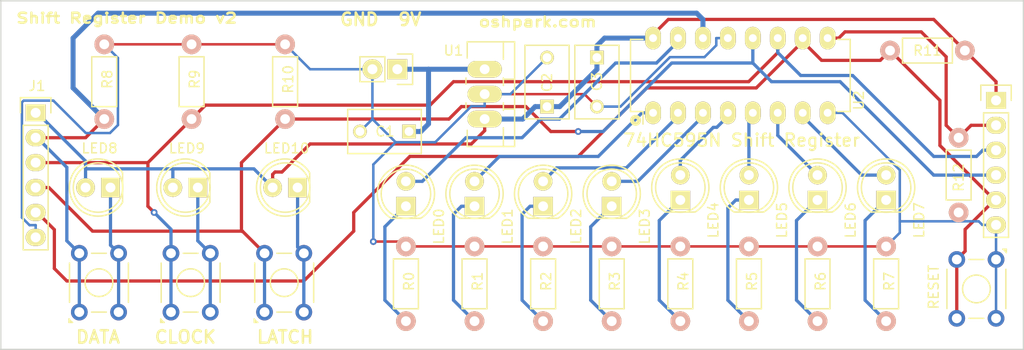
<source format=kicad_pcb>
(kicad_pcb (version 20171130) (host pcbnew "(5.1.12)-1")

  (general
    (thickness 1.6)
    (drawings 9)
    (tracks 267)
    (zones 0)
    (modules 36)
    (nets 28)
  )

  (page A4)
  (layers
    (0 F.Cu signal)
    (31 B.Cu signal)
    (34 B.Paste user)
    (35 F.Paste user)
    (36 B.SilkS user)
    (37 F.SilkS user)
    (38 B.Mask user)
    (39 F.Mask user)
    (44 Edge.Cuts user)
    (46 B.CrtYd user)
    (47 F.CrtYd user)
    (48 B.Fab user)
    (49 F.Fab user)
  )

  (setup
    (last_trace_width 0.254)
    (user_trace_width 0.1524)
    (user_trace_width 0.254)
    (user_trace_width 0.3302)
    (user_trace_width 0.508)
    (user_trace_width 0.762)
    (trace_clearance 0.254)
    (zone_clearance 0.508)
    (zone_45_only no)
    (trace_min 0.1524)
    (via_size 0.6858)
    (via_drill 0.3302)
    (via_min_size 0.6858)
    (via_min_drill 0.3302)
    (user_via 0.6858 0.3302)
    (user_via 0.762 0.4064)
    (user_via 0.8636 0.508)
    (uvia_size 0.3)
    (uvia_drill 0.1)
    (uvias_allowed no)
    (uvia_min_size 0)
    (uvia_min_drill 0)
    (edge_width 0.15)
    (segment_width 0.15)
    (pcb_text_width 0.3)
    (pcb_text_size 1.5 1.5)
    (mod_edge_width 0.15)
    (mod_text_size 1 1)
    (mod_text_width 0.15)
    (pad_size 10.16 10.16)
    (pad_drill 4.572)
    (pad_to_mask_clearance 0.2)
    (aux_axis_origin 0 0)
    (grid_origin 75.438 103.2129)
    (visible_elements 7FFFFFFF)
    (pcbplotparams
      (layerselection 0x3d0f0_80000001)
      (usegerberextensions true)
      (usegerberattributes true)
      (usegerberadvancedattributes true)
      (creategerberjobfile true)
      (excludeedgelayer true)
      (linewidth 0.100000)
      (plotframeref false)
      (viasonmask false)
      (mode 1)
      (useauxorigin false)
      (hpglpennumber 1)
      (hpglpenspeed 20)
      (hpglpendiameter 15.000000)
      (psnegative false)
      (psa4output false)
      (plotreference true)
      (plotvalue true)
      (plotinvisibletext false)
      (padsonsilk false)
      (subtractmaskfromsilk false)
      (outputformat 1)
      (mirror false)
      (drillshape 0)
      (scaleselection 1)
      (outputdirectory "gerbers/"))
  )

  (net 0 "")
  (net 1 +9V)
  (net 2 GND)
  (net 3 /SERIAL_DATA_OUT)
  (net 4 /SERIAL_DATA_IN)
  (net 5 +5V)
  (net 6 /CLOCK)
  (net 7 /LATCH)
  (net 8 /RESET)
  (net 9 "Net-(LED0-Pad1)")
  (net 10 "Net-(LED0-Pad2)")
  (net 11 "Net-(LED1-Pad1)")
  (net 12 "Net-(LED1-Pad2)")
  (net 13 "Net-(LED2-Pad1)")
  (net 14 "Net-(LED2-Pad2)")
  (net 15 "Net-(LED3-Pad1)")
  (net 16 "Net-(LED3-Pad2)")
  (net 17 "Net-(LED4-Pad1)")
  (net 18 "Net-(LED4-Pad2)")
  (net 19 "Net-(LED5-Pad1)")
  (net 20 "Net-(LED5-Pad2)")
  (net 21 "Net-(LED6-Pad1)")
  (net 22 "Net-(LED6-Pad2)")
  (net 23 "Net-(LED7-Pad1)")
  (net 24 "Net-(LED7-Pad2)")
  (net 25 "Net-(LED8-Pad1)")
  (net 26 "Net-(LED9-Pad1)")
  (net 27 "Net-(LED10-Pad1)")

  (net_class Default "This is the default net class."
    (clearance 0.254)
    (trace_width 0.254)
    (via_dia 0.6858)
    (via_drill 0.3302)
    (uvia_dia 0.3)
    (uvia_drill 0.1)
    (add_net +5V)
    (add_net +9V)
    (add_net /CLOCK)
    (add_net /LATCH)
    (add_net /RESET)
    (add_net /SERIAL_DATA_IN)
    (add_net /SERIAL_DATA_OUT)
    (add_net GND)
    (add_net "Net-(LED0-Pad1)")
    (add_net "Net-(LED0-Pad2)")
    (add_net "Net-(LED1-Pad1)")
    (add_net "Net-(LED1-Pad2)")
    (add_net "Net-(LED10-Pad1)")
    (add_net "Net-(LED2-Pad1)")
    (add_net "Net-(LED2-Pad2)")
    (add_net "Net-(LED3-Pad1)")
    (add_net "Net-(LED3-Pad2)")
    (add_net "Net-(LED4-Pad1)")
    (add_net "Net-(LED4-Pad2)")
    (add_net "Net-(LED5-Pad1)")
    (add_net "Net-(LED5-Pad2)")
    (add_net "Net-(LED6-Pad1)")
    (add_net "Net-(LED6-Pad2)")
    (add_net "Net-(LED7-Pad1)")
    (add_net "Net-(LED7-Pad2)")
    (add_net "Net-(LED8-Pad1)")
    (add_net "Net-(LED9-Pad1)")
  )

  (module Wickerlib:LED-D5MM-2PIN (layer F.Cu) (tedit 57C4CE54) (tstamp 57C495B1)
    (at 69.088 100.673 180)
    (descr "LED 5mm round vertical")
    (tags "LED 5mm round vertical")
    (path /57C56FD9)
    (fp_text reference LED8 (at 1.25 0 180) (layer F.Fab)
      (effects (font (size 1 1) (thickness 0.15)))
    )
    (fp_text value GREEN (at 1.25 0 180) (layer F.Fab) hide
      (effects (font (size 1 1) (thickness 0.15)))
    )
    (fp_circle (center 1.27 0) (end 0.97 -2.5) (layer F.SilkS) (width 0.15))
    (fp_line (start -1.5 -1.55) (end -1.5 1.55) (layer F.Fab) (width 0.05))
    (fp_line (start -1.23 1.5) (end -1.23 -1.5) (layer F.SilkS) (width 0.15))
    (fp_line (start -1.5 -1.55) (end -1.5 1.55) (layer F.CrtYd) (width 0.05))
    (fp_text user %R (at 1.115 4 180) (layer F.SilkS)
      (effects (font (size 1 1) (thickness 0.15)))
    )
    (fp_arc (start 1.3 0) (end -1.5 1.55) (angle -302) (layer F.CrtYd) (width 0.05))
    (fp_arc (start 1.27 0) (end -1.23 -1.5) (angle 297.5) (layer F.SilkS) (width 0.15))
    (fp_arc (start 1.3 0) (end -1.5 1.55) (angle -302) (layer F.Fab) (width 0.05))
    (pad 1 thru_hole rect (at 0 0 270) (size 2 1.9) (drill 1.00076) (layers *.Cu *.Mask F.SilkS)
      (net 25 "Net-(LED8-Pad1)"))
    (pad 2 thru_hole circle (at 2.54 0 180) (size 1.9 1.9) (drill 1.00076) (layers *.Cu *.Mask F.SilkS)
      (net 5 +5V))
  )

  (module Wickerlib:LED-D5MM-2PIN (layer F.Cu) (tedit 57C4CE54) (tstamp 57C495B7)
    (at 77.978 100.673 180)
    (descr "LED 5mm round vertical")
    (tags "LED 5mm round vertical")
    (path /57C56EA3)
    (fp_text reference LED9 (at 1.25 0 180) (layer F.Fab)
      (effects (font (size 1 1) (thickness 0.15)))
    )
    (fp_text value GREEN (at 1.25 0 180) (layer F.Fab) hide
      (effects (font (size 1 1) (thickness 0.15)))
    )
    (fp_circle (center 1.27 0) (end 0.97 -2.5) (layer F.SilkS) (width 0.15))
    (fp_line (start -1.5 -1.55) (end -1.5 1.55) (layer F.Fab) (width 0.05))
    (fp_line (start -1.23 1.5) (end -1.23 -1.5) (layer F.SilkS) (width 0.15))
    (fp_line (start -1.5 -1.55) (end -1.5 1.55) (layer F.CrtYd) (width 0.05))
    (fp_text user %R (at 1.115 4 180) (layer F.SilkS)
      (effects (font (size 1 1) (thickness 0.15)))
    )
    (fp_arc (start 1.3 0) (end -1.5 1.55) (angle -302) (layer F.CrtYd) (width 0.05))
    (fp_arc (start 1.27 0) (end -1.23 -1.5) (angle 297.5) (layer F.SilkS) (width 0.15))
    (fp_arc (start 1.3 0) (end -1.5 1.55) (angle -302) (layer F.Fab) (width 0.05))
    (pad 1 thru_hole rect (at 0 0 270) (size 2 1.9) (drill 1.00076) (layers *.Cu *.Mask F.SilkS)
      (net 26 "Net-(LED9-Pad1)"))
    (pad 2 thru_hole circle (at 2.54 0 180) (size 1.9 1.9) (drill 1.00076) (layers *.Cu *.Mask F.SilkS)
      (net 5 +5V))
  )

  (module Wickerlib:LED-D5MM-2PIN (layer F.Cu) (tedit 57C4CE54) (tstamp 57C495BD)
    (at 88.138 100.673 180)
    (descr "LED 5mm round vertical")
    (tags "LED 5mm round vertical")
    (path /57C56AB3)
    (fp_text reference LED10 (at 1.25 0 180) (layer F.Fab)
      (effects (font (size 1 1) (thickness 0.15)))
    )
    (fp_text value GREEN (at 1.25 0 180) (layer F.Fab) hide
      (effects (font (size 1 1) (thickness 0.15)))
    )
    (fp_circle (center 1.27 0) (end 0.97 -2.5) (layer F.SilkS) (width 0.15))
    (fp_line (start -1.5 -1.55) (end -1.5 1.55) (layer F.Fab) (width 0.05))
    (fp_line (start -1.23 1.5) (end -1.23 -1.5) (layer F.SilkS) (width 0.15))
    (fp_line (start -1.5 -1.55) (end -1.5 1.55) (layer F.CrtYd) (width 0.05))
    (fp_text user %R (at 1.115 4 180) (layer F.SilkS)
      (effects (font (size 1 1) (thickness 0.15)))
    )
    (fp_arc (start 1.3 0) (end -1.5 1.55) (angle -302) (layer F.CrtYd) (width 0.05))
    (fp_arc (start 1.27 0) (end -1.23 -1.5) (angle 297.5) (layer F.SilkS) (width 0.15))
    (fp_arc (start 1.3 0) (end -1.5 1.55) (angle -302) (layer F.Fab) (width 0.05))
    (pad 1 thru_hole rect (at 0 0 270) (size 2 1.9) (drill 1.00076) (layers *.Cu *.Mask F.SilkS)
      (net 27 "Net-(LED10-Pad1)"))
    (pad 2 thru_hole circle (at 2.54 0 180) (size 1.9 1.9) (drill 1.00076) (layers *.Cu *.Mask F.SilkS)
      (net 5 +5V))
  )

  (module Wickerlib:LED-D5MM-2PIN (layer F.Cu) (tedit 57C4CE54) (tstamp 57C49581)
    (at 99.1692 102.578 90)
    (descr "LED 5mm round vertical")
    (tags "LED 5mm round vertical")
    (path /57C5F2BC)
    (fp_text reference LED0 (at 1.25 0 90) (layer F.Fab)
      (effects (font (size 1 1) (thickness 0.15)))
    )
    (fp_text value RED (at 1.25 0 90) (layer F.Fab) hide
      (effects (font (size 1 1) (thickness 0.15)))
    )
    (fp_circle (center 1.27 0) (end 0.97 -2.5) (layer F.SilkS) (width 0.15))
    (fp_line (start -1.5 -1.55) (end -1.5 1.55) (layer F.Fab) (width 0.05))
    (fp_line (start -1.23 1.5) (end -1.23 -1.5) (layer F.SilkS) (width 0.15))
    (fp_line (start -1.5 -1.55) (end -1.5 1.55) (layer F.CrtYd) (width 0.05))
    (fp_text user %R (at -2.06 3.365 90) (layer F.SilkS)
      (effects (font (size 1 1) (thickness 0.15)))
    )
    (fp_arc (start 1.3 0) (end -1.5 1.55) (angle -302) (layer F.CrtYd) (width 0.05))
    (fp_arc (start 1.27 0) (end -1.23 -1.5) (angle 297.5) (layer F.SilkS) (width 0.15))
    (fp_arc (start 1.3 0) (end -1.5 1.55) (angle -302) (layer F.Fab) (width 0.05))
    (pad 1 thru_hole rect (at 0 0 180) (size 2 1.9) (drill 1.00076) (layers *.Cu *.Mask F.SilkS)
      (net 9 "Net-(LED0-Pad1)"))
    (pad 2 thru_hole circle (at 2.54 0 90) (size 1.9 1.9) (drill 1.00076) (layers *.Cu *.Mask F.SilkS)
      (net 10 "Net-(LED0-Pad2)"))
  )

  (module Wickerlib:LED-D5MM-2PIN (layer F.Cu) (tedit 57C4CE54) (tstamp 57C49587)
    (at 106.154 102.578 90)
    (descr "LED 5mm round vertical")
    (tags "LED 5mm round vertical")
    (path /57C5F223)
    (fp_text reference LED1 (at 1.25 0 90) (layer F.Fab)
      (effects (font (size 1 1) (thickness 0.15)))
    )
    (fp_text value RED (at 1.25 0 90) (layer F.Fab) hide
      (effects (font (size 1 1) (thickness 0.15)))
    )
    (fp_circle (center 1.27 0) (end 0.97 -2.5) (layer F.SilkS) (width 0.15))
    (fp_line (start -1.5 -1.55) (end -1.5 1.55) (layer F.Fab) (width 0.05))
    (fp_line (start -1.23 1.5) (end -1.23 -1.5) (layer F.SilkS) (width 0.15))
    (fp_line (start -1.5 -1.55) (end -1.5 1.55) (layer F.CrtYd) (width 0.05))
    (fp_text user %R (at -2.06 3.365 90) (layer F.SilkS)
      (effects (font (size 1 1) (thickness 0.15)))
    )
    (fp_arc (start 1.3 0) (end -1.5 1.55) (angle -302) (layer F.CrtYd) (width 0.05))
    (fp_arc (start 1.27 0) (end -1.23 -1.5) (angle 297.5) (layer F.SilkS) (width 0.15))
    (fp_arc (start 1.3 0) (end -1.5 1.55) (angle -302) (layer F.Fab) (width 0.05))
    (pad 1 thru_hole rect (at 0 0 180) (size 2 1.9) (drill 1.00076) (layers *.Cu *.Mask F.SilkS)
      (net 11 "Net-(LED1-Pad1)"))
    (pad 2 thru_hole circle (at 2.54 0 90) (size 1.9 1.9) (drill 1.00076) (layers *.Cu *.Mask F.SilkS)
      (net 12 "Net-(LED1-Pad2)"))
  )

  (module Wickerlib:LED-D5MM-2PIN (layer F.Cu) (tedit 57C4CE54) (tstamp 57C4958D)
    (at 113.139 102.578 90)
    (descr "LED 5mm round vertical")
    (tags "LED 5mm round vertical")
    (path /57C5F0C6)
    (fp_text reference LED2 (at 1.25 0 90) (layer F.Fab)
      (effects (font (size 1 1) (thickness 0.15)))
    )
    (fp_text value RED (at 1.25 0 90) (layer F.Fab) hide
      (effects (font (size 1 1) (thickness 0.15)))
    )
    (fp_circle (center 1.27 0) (end 0.97 -2.5) (layer F.SilkS) (width 0.15))
    (fp_line (start -1.5 -1.55) (end -1.5 1.55) (layer F.Fab) (width 0.05))
    (fp_line (start -1.23 1.5) (end -1.23 -1.5) (layer F.SilkS) (width 0.15))
    (fp_line (start -1.5 -1.55) (end -1.5 1.55) (layer F.CrtYd) (width 0.05))
    (fp_text user %R (at -2.06 3.365 90) (layer F.SilkS)
      (effects (font (size 1 1) (thickness 0.15)))
    )
    (fp_arc (start 1.3 0) (end -1.5 1.55) (angle -302) (layer F.CrtYd) (width 0.05))
    (fp_arc (start 1.27 0) (end -1.23 -1.5) (angle 297.5) (layer F.SilkS) (width 0.15))
    (fp_arc (start 1.3 0) (end -1.5 1.55) (angle -302) (layer F.Fab) (width 0.05))
    (pad 1 thru_hole rect (at 0 0 180) (size 2 1.9) (drill 1.00076) (layers *.Cu *.Mask F.SilkS)
      (net 13 "Net-(LED2-Pad1)"))
    (pad 2 thru_hole circle (at 2.54 0 90) (size 1.9 1.9) (drill 1.00076) (layers *.Cu *.Mask F.SilkS)
      (net 14 "Net-(LED2-Pad2)"))
  )

  (module Wickerlib:LED-D5MM-2PIN (layer F.Cu) (tedit 57C4CE54) (tstamp 57C49593)
    (at 120.124 102.578 90)
    (descr "LED 5mm round vertical")
    (tags "LED 5mm round vertical")
    (path /57C5F0B9)
    (fp_text reference LED3 (at 1.25 0 90) (layer F.Fab)
      (effects (font (size 1 1) (thickness 0.15)))
    )
    (fp_text value RED (at 1.25 0 90) (layer F.Fab) hide
      (effects (font (size 1 1) (thickness 0.15)))
    )
    (fp_circle (center 1.27 0) (end 0.97 -2.5) (layer F.SilkS) (width 0.15))
    (fp_line (start -1.5 -1.55) (end -1.5 1.55) (layer F.Fab) (width 0.05))
    (fp_line (start -1.23 1.5) (end -1.23 -1.5) (layer F.SilkS) (width 0.15))
    (fp_line (start -1.5 -1.55) (end -1.5 1.55) (layer F.CrtYd) (width 0.05))
    (fp_text user %R (at -2.06 3.365 90) (layer F.SilkS)
      (effects (font (size 1 1) (thickness 0.15)))
    )
    (fp_arc (start 1.3 0) (end -1.5 1.55) (angle -302) (layer F.CrtYd) (width 0.05))
    (fp_arc (start 1.27 0) (end -1.23 -1.5) (angle 297.5) (layer F.SilkS) (width 0.15))
    (fp_arc (start 1.3 0) (end -1.5 1.55) (angle -302) (layer F.Fab) (width 0.05))
    (pad 1 thru_hole rect (at 0 0 180) (size 2 1.9) (drill 1.00076) (layers *.Cu *.Mask F.SilkS)
      (net 15 "Net-(LED3-Pad1)"))
    (pad 2 thru_hole circle (at 2.54 0 90) (size 1.9 1.9) (drill 1.00076) (layers *.Cu *.Mask F.SilkS)
      (net 16 "Net-(LED3-Pad2)"))
  )

  (module Wickerlib:LED-D5MM-2PIN (layer F.Cu) (tedit 57C4CE54) (tstamp 57C49599)
    (at 127.109 101.943 90)
    (descr "LED 5mm round vertical")
    (tags "LED 5mm round vertical")
    (path /57C5F0AC)
    (fp_text reference LED4 (at 1.25 0 90) (layer F.Fab)
      (effects (font (size 1 1) (thickness 0.15)))
    )
    (fp_text value RED (at 1.25 0 90) (layer F.Fab) hide
      (effects (font (size 1 1) (thickness 0.15)))
    )
    (fp_circle (center 1.27 0) (end 0.97 -2.5) (layer F.SilkS) (width 0.15))
    (fp_line (start -1.5 -1.55) (end -1.5 1.55) (layer F.Fab) (width 0.05))
    (fp_line (start -1.23 1.5) (end -1.23 -1.5) (layer F.SilkS) (width 0.15))
    (fp_line (start -1.5 -1.55) (end -1.5 1.55) (layer F.CrtYd) (width 0.05))
    (fp_text user %R (at -2.06 3.365 90) (layer F.SilkS)
      (effects (font (size 1 1) (thickness 0.15)))
    )
    (fp_arc (start 1.3 0) (end -1.5 1.55) (angle -302) (layer F.CrtYd) (width 0.05))
    (fp_arc (start 1.27 0) (end -1.23 -1.5) (angle 297.5) (layer F.SilkS) (width 0.15))
    (fp_arc (start 1.3 0) (end -1.5 1.55) (angle -302) (layer F.Fab) (width 0.05))
    (pad 1 thru_hole rect (at 0 0 180) (size 2 1.9) (drill 1.00076) (layers *.Cu *.Mask F.SilkS)
      (net 17 "Net-(LED4-Pad1)"))
    (pad 2 thru_hole circle (at 2.54 0 90) (size 1.9 1.9) (drill 1.00076) (layers *.Cu *.Mask F.SilkS)
      (net 18 "Net-(LED4-Pad2)"))
  )

  (module Wickerlib:LED-D5MM-2PIN (layer F.Cu) (tedit 57C4CE54) (tstamp 57C495A5)
    (at 141.079 101.943 90)
    (descr "LED 5mm round vertical")
    (tags "LED 5mm round vertical")
    (path /57C5E89A)
    (fp_text reference LED6 (at 1.25 0 90) (layer F.Fab)
      (effects (font (size 1 1) (thickness 0.15)))
    )
    (fp_text value RED (at 1.25 0 90) (layer F.Fab) hide
      (effects (font (size 1 1) (thickness 0.15)))
    )
    (fp_circle (center 1.27 0) (end 0.97 -2.5) (layer F.SilkS) (width 0.15))
    (fp_line (start -1.5 -1.55) (end -1.5 1.55) (layer F.Fab) (width 0.05))
    (fp_line (start -1.23 1.5) (end -1.23 -1.5) (layer F.SilkS) (width 0.15))
    (fp_line (start -1.5 -1.55) (end -1.5 1.55) (layer F.CrtYd) (width 0.05))
    (fp_text user %R (at -2.06 3.365 90) (layer F.SilkS)
      (effects (font (size 1 1) (thickness 0.15)))
    )
    (fp_arc (start 1.3 0) (end -1.5 1.55) (angle -302) (layer F.CrtYd) (width 0.05))
    (fp_arc (start 1.27 0) (end -1.23 -1.5) (angle 297.5) (layer F.SilkS) (width 0.15))
    (fp_arc (start 1.3 0) (end -1.5 1.55) (angle -302) (layer F.Fab) (width 0.05))
    (pad 1 thru_hole rect (at 0 0 180) (size 2 1.9) (drill 1.00076) (layers *.Cu *.Mask F.SilkS)
      (net 21 "Net-(LED6-Pad1)"))
    (pad 2 thru_hole circle (at 2.54 0 90) (size 1.9 1.9) (drill 1.00076) (layers *.Cu *.Mask F.SilkS)
      (net 22 "Net-(LED6-Pad2)"))
  )

  (module Wickerlib:LED-D5MM-2PIN (layer F.Cu) (tedit 57C4CE54) (tstamp 57C495AB)
    (at 148.064 101.943 90)
    (descr "LED 5mm round vertical")
    (tags "LED 5mm round vertical")
    (path /57C5E550)
    (fp_text reference LED7 (at 1.25 0 90) (layer F.Fab)
      (effects (font (size 1 1) (thickness 0.15)))
    )
    (fp_text value RED (at 1.25 0 90) (layer F.Fab) hide
      (effects (font (size 1 1) (thickness 0.15)))
    )
    (fp_circle (center 1.27 0) (end 0.97 -2.5) (layer F.SilkS) (width 0.15))
    (fp_line (start -1.5 -1.55) (end -1.5 1.55) (layer F.Fab) (width 0.05))
    (fp_line (start -1.23 1.5) (end -1.23 -1.5) (layer F.SilkS) (width 0.15))
    (fp_line (start -1.5 -1.55) (end -1.5 1.55) (layer F.CrtYd) (width 0.05))
    (fp_text user %R (at -2.06 3.365 90) (layer F.SilkS)
      (effects (font (size 1 1) (thickness 0.15)))
    )
    (fp_arc (start 1.3 0) (end -1.5 1.55) (angle -302) (layer F.CrtYd) (width 0.05))
    (fp_arc (start 1.27 0) (end -1.23 -1.5) (angle 297.5) (layer F.SilkS) (width 0.15))
    (fp_arc (start 1.3 0) (end -1.5 1.55) (angle -302) (layer F.Fab) (width 0.05))
    (pad 1 thru_hole rect (at 0 0 180) (size 2 1.9) (drill 1.00076) (layers *.Cu *.Mask F.SilkS)
      (net 23 "Net-(LED7-Pad1)"))
    (pad 2 thru_hole circle (at 2.54 0 90) (size 1.9 1.9) (drill 1.00076) (layers *.Cu *.Mask F.SilkS)
      (net 24 "Net-(LED7-Pad2)"))
  )

  (module Wickerlib:DIP-16-W7.62MM-LONGPADS (layer F.Cu) (tedit 579044C0) (tstamp 57C49646)
    (at 124.333 93.0529 90)
    (descr "16-lead dip package, row spacing 7.62 mm (300 mils), longer pads")
    (tags "dil dip 2.54 300")
    (path /57C6A78C)
    (fp_text reference U2 (at 4.064 8.128 90) (layer F.Fab)
      (effects (font (size 1 1) (thickness 0.15)))
    )
    (fp_text value 74HC595 (at 4.064 9.144 180) (layer F.Fab) hide
      (effects (font (size 1 1) (thickness 0.15)))
    )
    (fp_line (start -1.4 -2.45) (end 9 -2.45) (layer F.Fab) (width 0.05))
    (fp_line (start 9 -2.45) (end 9 20.25) (layer F.CrtYd) (width 0.05))
    (fp_line (start 0.135 20.075) (end 7.485 20.075) (layer F.SilkS) (width 0.15))
    (fp_line (start -1.4 20.25) (end 9 20.25) (layer F.CrtYd) (width 0.05))
    (fp_line (start -1.4 -2.45) (end -1.4 20.25) (layer F.Fab) (width 0.05))
    (fp_line (start 0.135 -1.025) (end -1.15 -1.025) (layer F.SilkS) (width 0.15))
    (fp_line (start 0.135 20.075) (end 7.485 20.075) (layer F.SilkS) (width 0.15))
    (fp_line (start 0.135 -2.295) (end 7.485 -2.295) (layer F.SilkS) (width 0.15))
    (fp_line (start 0.135 20.075) (end 0.135 18.805) (layer F.SilkS) (width 0.15))
    (fp_line (start 7.485 20.075) (end 7.485 18.805) (layer F.SilkS) (width 0.15))
    (fp_line (start 7.485 -2.295) (end 7.485 -1.025) (layer F.SilkS) (width 0.15))
    (fp_line (start 0.135 -2.295) (end 0.135 -1.025) (layer F.SilkS) (width 0.15))
    (fp_line (start -1.4 20.25) (end 9 20.25) (layer F.Fab) (width 0.05))
    (fp_line (start -1.4 -2.45) (end 9 -2.45) (layer F.CrtYd) (width 0.05))
    (fp_line (start 9 -2.45) (end 9 20.25) (layer F.Fab) (width 0.05))
    (fp_line (start -1.4 -2.45) (end -1.4 20.25) (layer F.CrtYd) (width 0.05))
    (fp_circle (center -0.762 -1.778) (end -0.508 -1.524) (layer F.SilkS) (width 0.4))
    (fp_circle (center 0 0) (end 0.254 0.254) (layer F.Fab) (width 0.4))
    (fp_text user %R (at 1.27 20.955 90) (layer F.SilkS)
      (effects (font (size 1 1) (thickness 0.15)))
    )
    (pad 1 thru_hole oval (at 0 0 90) (size 2.3 1.6) (drill 0.8) (layers *.Cu *.Mask F.SilkS)
      (net 12 "Net-(LED1-Pad2)"))
    (pad 2 thru_hole oval (at 0 2.54 90) (size 2.3 1.6) (drill 0.8) (layers *.Cu *.Mask F.SilkS)
      (net 14 "Net-(LED2-Pad2)"))
    (pad 3 thru_hole oval (at 0 5.08 90) (size 2.3 1.6) (drill 0.8) (layers *.Cu *.Mask F.SilkS)
      (net 16 "Net-(LED3-Pad2)"))
    (pad 4 thru_hole oval (at 0 7.62 90) (size 2.3 1.6) (drill 0.8) (layers *.Cu *.Mask F.SilkS)
      (net 18 "Net-(LED4-Pad2)"))
    (pad 5 thru_hole oval (at 0 10.16 90) (size 2.3 1.6) (drill 0.8) (layers *.Cu *.Mask F.SilkS)
      (net 20 "Net-(LED5-Pad2)"))
    (pad 6 thru_hole oval (at 0 12.7 90) (size 2.3 1.6) (drill 0.8) (layers *.Cu *.Mask F.SilkS)
      (net 22 "Net-(LED6-Pad2)"))
    (pad 7 thru_hole oval (at 0 15.24 90) (size 2.3 1.6) (drill 0.8) (layers *.Cu *.Mask F.SilkS)
      (net 24 "Net-(LED7-Pad2)"))
    (pad 8 thru_hole oval (at 0 17.78 90) (size 2.3 1.6) (drill 0.8) (layers *.Cu *.Mask F.SilkS)
      (net 2 GND))
    (pad 9 thru_hole oval (at 7.62 17.78 90) (size 2.3 1.6) (drill 0.8) (layers *.Cu *.Mask F.SilkS)
      (net 3 /SERIAL_DATA_OUT))
    (pad 10 thru_hole oval (at 7.62 15.24 90) (size 2.3 1.6) (drill 0.8) (layers *.Cu *.Mask F.SilkS)
      (net 8 /RESET))
    (pad 11 thru_hole oval (at 7.62 12.7 90) (size 2.3 1.6) (drill 0.8) (layers *.Cu *.Mask F.SilkS)
      (net 6 /CLOCK))
    (pad 12 thru_hole oval (at 7.62 10.16 90) (size 2.3 1.6) (drill 0.8) (layers *.Cu *.Mask F.SilkS)
      (net 7 /LATCH))
    (pad 13 thru_hole oval (at 7.62 7.62 90) (size 2.3 1.6) (drill 0.8) (layers *.Cu *.Mask F.SilkS)
      (net 2 GND))
    (pad 14 thru_hole oval (at 7.62 5.08 90) (size 2.3 1.6) (drill 0.8) (layers *.Cu *.Mask F.SilkS)
      (net 4 /SERIAL_DATA_IN))
    (pad 15 thru_hole oval (at 7.62 2.54 90) (size 2.3 1.6) (drill 0.8) (layers *.Cu *.Mask F.SilkS)
      (net 10 "Net-(LED0-Pad2)"))
    (pad 16 thru_hole oval (at 7.62 0 90) (size 2.3 1.6) (drill 0.8) (layers *.Cu *.Mask F.SilkS)
      (net 5 +5V))
  )

  (module Wickerlib:TO-220-NEUTRAL123-VERT-LONGPADS (layer F.Cu) (tedit 579D5D16) (tstamp 57C49632)
    (at 107.188 91.1479 270)
    (descr "TO-220, Neutral, Vertical, Large Pads,")
    (tags "TO-220, Neutral, Vertical, Large Pads,")
    (path /57C64228)
    (fp_text reference U1 (at 0 0 270) (layer F.Fab)
      (effects (font (size 1 1) (thickness 0.15)))
    )
    (fp_text value NCP7805 (at 0 3.81 270) (layer F.Fab) hide
      (effects (font (size 1 1) (thickness 0.15)))
    )
    (fp_line (start 0 -3.048) (end 5.334 -3.048) (layer F.SilkS) (width 0.15))
    (fp_line (start 0 -3.048) (end -5.334 -3.048) (layer F.SilkS) (width 0.15))
    (fp_line (start -5.334 -1.905) (end -5.334 -3.048) (layer F.SilkS) (width 0.15))
    (fp_line (start 5.334 -3.048) (end 5.334 -1.905) (layer F.SilkS) (width 0.15))
    (fp_line (start -5.334 1.778) (end -5.334 -1.905) (layer F.SilkS) (width 0.15))
    (fp_line (start 5.334 -1.905) (end 5.334 1.778) (layer F.SilkS) (width 0.15))
    (fp_line (start 1.524 -3.048) (end 1.524 -1.905) (layer F.SilkS) (width 0.15))
    (fp_line (start -1.524 -3.048) (end -1.524 -1.905) (layer F.SilkS) (width 0.15))
    (fp_line (start 5.334 1.778) (end 3.683 1.778) (layer F.SilkS) (width 0.15))
    (fp_line (start 1.524 1.905) (end 0.889 1.905) (layer F.SilkS) (width 0.15))
    (fp_line (start -1.016 1.905) (end -1.651 1.905) (layer F.SilkS) (width 0.15))
    (fp_line (start -5.334 1.778) (end -3.683 1.778) (layer F.SilkS) (width 0.15))
    (fp_line (start -5.334 -1.905) (end -3.556 -1.905) (layer F.SilkS) (width 0.15))
    (fp_line (start -1.524 -1.905) (end -0.889 -1.905) (layer F.SilkS) (width 0.15))
    (fp_line (start -1.524 -1.905) (end -1.651 -1.905) (layer F.SilkS) (width 0.15))
    (fp_line (start 0.889 -1.905) (end 1.651 -1.905) (layer F.SilkS) (width 0.15))
    (fp_line (start 5.334 -1.905) (end 3.429 -1.905) (layer F.SilkS) (width 0.15))
    (fp_line (start 5.5 -3) (end 5.5 1.75) (layer F.Fab) (width 0.05))
    (fp_line (start 5.5 1.75) (end 5.5 2) (layer F.Fab) (width 0.05))
    (fp_line (start 5.5 2) (end -5.5 2) (layer F.Fab) (width 0.05))
    (fp_line (start -5.5 2) (end -5.5 -3.25) (layer F.Fab) (width 0.05))
    (fp_line (start 5.5 -3.25) (end -5.5 -3.25) (layer F.Fab) (width 0.05))
    (fp_line (start 5.5 -3) (end 5.5 -3.25) (layer F.Fab) (width 0.05))
    (fp_line (start 5.5 -2) (end 3.25 -2) (layer F.Fab) (width 0.05))
    (fp_line (start 1.75 -2) (end 0.75 -2) (layer F.Fab) (width 0.05))
    (fp_line (start 1.75 -2) (end 1.75 -3.25) (layer F.Fab) (width 0.05))
    (fp_line (start -1 -2) (end -1.5 -2) (layer F.Fab) (width 0.05))
    (fp_line (start -1.5 -2) (end -1.5 -3.25) (layer F.Fab) (width 0.05))
    (fp_line (start -3.5 -2) (end -5.5 -2) (layer F.Fab) (width 0.05))
    (fp_line (start 5.5 -3.25) (end -5.5 -3.25) (layer F.CrtYd) (width 0.05))
    (fp_line (start -5.5 -3.25) (end -5.5 2) (layer F.CrtYd) (width 0.05))
    (fp_line (start -5.5 2) (end 5.5 2) (layer F.CrtYd) (width 0.05))
    (fp_line (start 5.5 2) (end 5.5 -3.25) (layer F.CrtYd) (width 0.05))
    (fp_text user %R (at -4.445 3.175) (layer F.SilkS)
      (effects (font (size 1 1) (thickness 0.15)))
    )
    (pad 2 thru_hole oval (at 0 0) (size 3.50012 1.69926) (drill 1.00076) (layers *.Cu *.Mask F.SilkS)
      (net 2 GND))
    (pad 1 thru_hole oval (at -2.54 0) (size 3.50012 1.69926) (drill 1.00076) (layers *.Cu *.Mask F.SilkS)
      (net 1 +9V))
    (pad 3 thru_hole oval (at 2.54 0) (size 3.50012 1.69926) (drill 1.00076) (layers *.Cu *.Mask F.SilkS)
      (net 5 +5V))
  )

  (module Wickerlib:SWITCH-OMRON-MOMENTARY-TH-B3F-10XX (layer F.Cu) (tedit 57C4CFD5) (tstamp 57C4962B)
    (at 159.258 108.008 270)
    (descr SWITCH-OMRON-MOMENTARY-TH-B3F-10XX)
    (tags "Omron B3F-10xx")
    (path /57C539DA)
    (fp_text reference SW4 (at 3 2 270) (layer F.Fab)
      (effects (font (size 1 1) (thickness 0.15)))
    )
    (fp_text value RESET (at 3.25 2 270) (layer F.Fab) hide
      (effects (font (size 1 1) (thickness 0.15)))
    )
    (fp_circle (center 3 2) (end 4 3) (layer F.SilkS) (width 0.1))
    (fp_circle (center 3 2) (end 4 3) (layer F.SilkS) (width 0.15))
    (fp_line (start 6 2) (end 6 2) (layer F.SilkS) (width 0.1))
    (fp_line (start 5 -1) (end 1 -1) (layer F.SilkS) (width 0.1))
    (fp_line (start 5 5) (end 1 5) (layer F.SilkS) (width 0.1))
    (fp_line (start 0 2) (end 0 2) (layer F.SilkS) (width 0.1))
    (fp_line (start 6 1.25) (end 6 2.75) (layer F.SilkS) (width 0.15))
    (fp_line (start 0 2.75) (end 0 1.25) (layer F.SilkS) (width 0.15))
    (fp_line (start 1 -1) (end 5 -1) (layer F.SilkS) (width 0.15))
    (fp_line (start 1 5) (end 5 5) (layer F.SilkS) (width 0.15))
    (fp_line (start -1.15 0) (end -1.15 -1.15) (layer F.CrtYd) (width 0.05))
    (fp_line (start -1.15 -1.15) (end 0.45 -1.15) (layer F.CrtYd) (width 0.05))
    (fp_line (start -1.15 0) (end -1.15 5.15) (layer F.CrtYd) (width 0.05))
    (fp_line (start -1.15 5.15) (end 7.15 5.15) (layer F.CrtYd) (width 0.05))
    (fp_line (start 7.15 5.15) (end 7.15 -1.15) (layer F.CrtYd) (width 0.05))
    (fp_line (start 7.15 -1.15) (end 0.45 -1.15) (layer F.CrtYd) (width 0.05))
    (fp_line (start -1.05 -1.05) (end -1.05 -0.7) (layer F.SilkS) (width 0.15))
    (fp_line (start -1.05 -1.05) (end -0.7 -1.05) (layer F.SilkS) (width 0.15))
    (fp_line (start -0.95 -1) (end -0.95 -0.9) (layer F.SilkS) (width 0.15))
    (fp_line (start 7 -1) (end -1 -1) (layer F.Fab) (width 0.05))
    (fp_line (start -1 -1) (end -1 5) (layer F.Fab) (width 0.05))
    (fp_line (start -1 5) (end 7 5) (layer F.Fab) (width 0.05))
    (fp_line (start 7 5) (end 7 -1) (layer F.Fab) (width 0.05))
    (fp_text user RESET (at 2.825 6.35 270) (layer F.SilkS)
      (effects (font (size 1 1) (thickness 0.15)))
    )
    (fp_arc (start 0 0) (end -1.05 -0.7) (angle 22.61986495) (layer F.SilkS) (width 0.15))
    (pad 4 thru_hole circle (at 6 4 270) (size 1.7 1.7) (drill 1) (layers *.Cu *.Mask)
      (net 8 /RESET))
    (pad 3 thru_hole circle (at 0 4 270) (size 1.7 1.7) (drill 1) (layers *.Cu *.Mask)
      (net 8 /RESET))
    (pad 2 thru_hole circle (at 6 0 270) (size 1.7 1.7) (drill 1) (layers *.Cu *.Mask)
      (net 2 GND))
    (pad 1 thru_hole circle (at 0 0 270) (size 1.7 1.7) (drill 1) (layers *.Cu *.Mask)
      (net 2 GND))
  )

  (module Wickerlib:SWITCH-OMRON-MOMENTARY-TH-B3F-10XX (layer F.Cu) (tedit 57C4D083) (tstamp 57C49623)
    (at 84.773 113.373 90)
    (descr SWITCH-OMRON-MOMENTARY-TH-B3F-10XX)
    (tags "Omron B3F-10xx")
    (path /57C4EB71)
    (fp_text reference SW3 (at 3 2 90) (layer F.Fab)
      (effects (font (size 1 1) (thickness 0.15)))
    )
    (fp_text value LATCH (at 3.25 2 90) (layer F.Fab) hide
      (effects (font (size 1 1) (thickness 0.15)))
    )
    (fp_circle (center 3 2) (end 4 3) (layer F.SilkS) (width 0.1))
    (fp_circle (center 3 2) (end 4 3) (layer F.SilkS) (width 0.15))
    (fp_line (start 6 2) (end 6 2) (layer F.SilkS) (width 0.1))
    (fp_line (start 5 -1) (end 1 -1) (layer F.SilkS) (width 0.1))
    (fp_line (start 5 5) (end 1 5) (layer F.SilkS) (width 0.1))
    (fp_line (start 0 2) (end 0 2) (layer F.SilkS) (width 0.1))
    (fp_line (start 6 1.25) (end 6 2.75) (layer F.SilkS) (width 0.15))
    (fp_line (start 0 2.75) (end 0 1.25) (layer F.SilkS) (width 0.15))
    (fp_line (start 1 -1) (end 5 -1) (layer F.SilkS) (width 0.15))
    (fp_line (start 1 5) (end 5 5) (layer F.SilkS) (width 0.15))
    (fp_line (start -1.15 0) (end -1.15 -1.15) (layer F.CrtYd) (width 0.05))
    (fp_line (start -1.15 -1.15) (end 0.45 -1.15) (layer F.CrtYd) (width 0.05))
    (fp_line (start -1.15 0) (end -1.15 5.15) (layer F.CrtYd) (width 0.05))
    (fp_line (start -1.15 5.15) (end 7.15 5.15) (layer F.CrtYd) (width 0.05))
    (fp_line (start 7.15 5.15) (end 7.15 -1.15) (layer F.CrtYd) (width 0.05))
    (fp_line (start 7.15 -1.15) (end 0.45 -1.15) (layer F.CrtYd) (width 0.05))
    (fp_line (start -1.05 -1.05) (end -1.05 -0.7) (layer F.SilkS) (width 0.15))
    (fp_line (start -1.05 -1.05) (end -0.7 -1.05) (layer F.SilkS) (width 0.15))
    (fp_line (start -0.95 -1) (end -0.95 -0.9) (layer F.SilkS) (width 0.15))
    (fp_line (start 7 -1) (end -1 -1) (layer F.Fab) (width 0.05))
    (fp_line (start -1 -1) (end -1 5) (layer F.Fab) (width 0.05))
    (fp_line (start -1 5) (end 7 5) (layer F.Fab) (width 0.05))
    (fp_line (start 7 5) (end 7 -1) (layer F.Fab) (width 0.05))
    (fp_text user LATCH (at -2.54 2.095 180) (layer F.SilkS)
      (effects (font (size 1.27 1.27) (thickness 0.254)))
    )
    (fp_arc (start 0 0) (end -1.05 -0.7) (angle 22.61986495) (layer F.SilkS) (width 0.15))
    (pad 4 thru_hole circle (at 6 4 90) (size 1.7 1.7) (drill 1) (layers *.Cu *.Mask)
      (net 27 "Net-(LED10-Pad1)"))
    (pad 3 thru_hole circle (at 0 4 90) (size 1.7 1.7) (drill 1) (layers *.Cu *.Mask)
      (net 27 "Net-(LED10-Pad1)"))
    (pad 2 thru_hole circle (at 6 0 90) (size 1.7 1.7) (drill 1) (layers *.Cu *.Mask)
      (net 7 /LATCH))
    (pad 1 thru_hole circle (at 0 0 90) (size 1.7 1.7) (drill 1) (layers *.Cu *.Mask)
      (net 7 /LATCH))
  )

  (module Wickerlib:SWITCH-OMRON-MOMENTARY-TH-B3F-10XX (layer F.Cu) (tedit 57C4D07E) (tstamp 57C4961B)
    (at 75.248 113.373 90)
    (descr SWITCH-OMRON-MOMENTARY-TH-B3F-10XX)
    (tags "Omron B3F-10xx")
    (path /57C4EAC1)
    (fp_text reference SW2 (at 3 2 90) (layer F.Fab)
      (effects (font (size 1 1) (thickness 0.15)))
    )
    (fp_text value CLOCK (at 3.25 2 90) (layer F.Fab) hide
      (effects (font (size 1 1) (thickness 0.15)))
    )
    (fp_circle (center 3 2) (end 4 3) (layer F.SilkS) (width 0.1))
    (fp_circle (center 3 2) (end 4 3) (layer F.SilkS) (width 0.15))
    (fp_line (start 6 2) (end 6 2) (layer F.SilkS) (width 0.1))
    (fp_line (start 5 -1) (end 1 -1) (layer F.SilkS) (width 0.1))
    (fp_line (start 5 5) (end 1 5) (layer F.SilkS) (width 0.1))
    (fp_line (start 0 2) (end 0 2) (layer F.SilkS) (width 0.1))
    (fp_line (start 6 1.25) (end 6 2.75) (layer F.SilkS) (width 0.15))
    (fp_line (start 0 2.75) (end 0 1.25) (layer F.SilkS) (width 0.15))
    (fp_line (start 1 -1) (end 5 -1) (layer F.SilkS) (width 0.15))
    (fp_line (start 1 5) (end 5 5) (layer F.SilkS) (width 0.15))
    (fp_line (start -1.15 0) (end -1.15 -1.15) (layer F.CrtYd) (width 0.05))
    (fp_line (start -1.15 -1.15) (end 0.45 -1.15) (layer F.CrtYd) (width 0.05))
    (fp_line (start -1.15 0) (end -1.15 5.15) (layer F.CrtYd) (width 0.05))
    (fp_line (start -1.15 5.15) (end 7.15 5.15) (layer F.CrtYd) (width 0.05))
    (fp_line (start 7.15 5.15) (end 7.15 -1.15) (layer F.CrtYd) (width 0.05))
    (fp_line (start 7.15 -1.15) (end 0.45 -1.15) (layer F.CrtYd) (width 0.05))
    (fp_line (start -1.05 -1.05) (end -1.05 -0.7) (layer F.SilkS) (width 0.15))
    (fp_line (start -1.05 -1.05) (end -0.7 -1.05) (layer F.SilkS) (width 0.15))
    (fp_line (start -0.95 -1) (end -0.95 -0.9) (layer F.SilkS) (width 0.15))
    (fp_line (start 7 -1) (end -1 -1) (layer F.Fab) (width 0.05))
    (fp_line (start -1 -1) (end -1 5) (layer F.Fab) (width 0.05))
    (fp_line (start -1 5) (end 7 5) (layer F.Fab) (width 0.05))
    (fp_line (start 7 5) (end 7 -1) (layer F.Fab) (width 0.05))
    (fp_text user CLOCK (at -2.54 1.46 180) (layer F.SilkS)
      (effects (font (size 1.27 1.27) (thickness 0.254)))
    )
    (fp_arc (start 0 0) (end -1.05 -0.7) (angle 22.61986495) (layer F.SilkS) (width 0.15))
    (pad 4 thru_hole circle (at 6 4 90) (size 1.7 1.7) (drill 1) (layers *.Cu *.Mask)
      (net 26 "Net-(LED9-Pad1)"))
    (pad 3 thru_hole circle (at 0 4 90) (size 1.7 1.7) (drill 1) (layers *.Cu *.Mask)
      (net 26 "Net-(LED9-Pad1)"))
    (pad 2 thru_hole circle (at 6 0 90) (size 1.7 1.7) (drill 1) (layers *.Cu *.Mask)
      (net 6 /CLOCK))
    (pad 1 thru_hole circle (at 0 0 90) (size 1.7 1.7) (drill 1) (layers *.Cu *.Mask)
      (net 6 /CLOCK))
  )

  (module Wickerlib:SWITCH-OMRON-MOMENTARY-TH-B3F-10XX (layer F.Cu) (tedit 57C4D078) (tstamp 57C49613)
    (at 65.913 113.373 90)
    (descr SWITCH-OMRON-MOMENTARY-TH-B3F-10XX)
    (tags "Omron B3F-10xx")
    (path /57C4E9D7)
    (fp_text reference SW1 (at 3 2 90) (layer F.Fab)
      (effects (font (size 1 1) (thickness 0.15)))
    )
    (fp_text value DATA (at 3.25 2 90) (layer F.Fab) hide
      (effects (font (size 1 1) (thickness 0.15)))
    )
    (fp_circle (center 3 2) (end 4 3) (layer F.SilkS) (width 0.1))
    (fp_circle (center 3 2) (end 4 3) (layer F.SilkS) (width 0.15))
    (fp_line (start 6 2) (end 6 2) (layer F.SilkS) (width 0.1))
    (fp_line (start 5 -1) (end 1 -1) (layer F.SilkS) (width 0.1))
    (fp_line (start 5 5) (end 1 5) (layer F.SilkS) (width 0.1))
    (fp_line (start 0 2) (end 0 2) (layer F.SilkS) (width 0.1))
    (fp_line (start 6 1.25) (end 6 2.75) (layer F.SilkS) (width 0.15))
    (fp_line (start 0 2.75) (end 0 1.25) (layer F.SilkS) (width 0.15))
    (fp_line (start 1 -1) (end 5 -1) (layer F.SilkS) (width 0.15))
    (fp_line (start 1 5) (end 5 5) (layer F.SilkS) (width 0.15))
    (fp_line (start -1.15 0) (end -1.15 -1.15) (layer F.CrtYd) (width 0.05))
    (fp_line (start -1.15 -1.15) (end 0.45 -1.15) (layer F.CrtYd) (width 0.05))
    (fp_line (start -1.15 0) (end -1.15 5.15) (layer F.CrtYd) (width 0.05))
    (fp_line (start -1.15 5.15) (end 7.15 5.15) (layer F.CrtYd) (width 0.05))
    (fp_line (start 7.15 5.15) (end 7.15 -1.15) (layer F.CrtYd) (width 0.05))
    (fp_line (start 7.15 -1.15) (end 0.45 -1.15) (layer F.CrtYd) (width 0.05))
    (fp_line (start -1.05 -1.05) (end -1.05 -0.7) (layer F.SilkS) (width 0.15))
    (fp_line (start -1.05 -1.05) (end -0.7 -1.05) (layer F.SilkS) (width 0.15))
    (fp_line (start -0.95 -1) (end -0.95 -0.9) (layer F.SilkS) (width 0.15))
    (fp_line (start 7 -1) (end -1 -1) (layer F.Fab) (width 0.05))
    (fp_line (start -1 -1) (end -1 5) (layer F.Fab) (width 0.05))
    (fp_line (start -1 5) (end 7 5) (layer F.Fab) (width 0.05))
    (fp_line (start 7 5) (end 7 -1) (layer F.Fab) (width 0.05))
    (fp_text user DATA (at -2.54 1.905 180) (layer F.SilkS)
      (effects (font (size 1.27 1.27) (thickness 0.254)))
    )
    (fp_arc (start 0 0) (end -1.05 -0.7) (angle 22.61986495) (layer F.SilkS) (width 0.15))
    (pad 4 thru_hole circle (at 6 4 90) (size 1.7 1.7) (drill 1) (layers *.Cu *.Mask)
      (net 25 "Net-(LED8-Pad1)"))
    (pad 3 thru_hole circle (at 0 4 90) (size 1.7 1.7) (drill 1) (layers *.Cu *.Mask)
      (net 25 "Net-(LED8-Pad1)"))
    (pad 2 thru_hole circle (at 6 0 90) (size 1.7 1.7) (drill 1) (layers *.Cu *.Mask)
      (net 4 /SERIAL_DATA_IN))
    (pad 1 thru_hole circle (at 0 0 90) (size 1.7 1.7) (drill 1) (layers *.Cu *.Mask)
      (net 4 /SERIAL_DATA_IN))
  )

  (module Wickerlib:RES-CARBONFILM-7MM (layer F.Cu) (tedit 569FCF07) (tstamp 57C4960B)
    (at 155.448 95.5929 270)
    (descr "Resistor, Axial,  RM 7.62mm, 1/3W,")
    (tags "Resistor Axial RM 7.62mm 1/3W R3")
    (path /57C5FC6F)
    (fp_text reference R12 (at 4.05892 0 270) (layer F.SilkS)
      (effects (font (size 1 1) (thickness 0.15)))
    )
    (fp_text value 1K (at 3.81 3.81 270) (layer F.Fab)
      (effects (font (size 1 1) (thickness 0.15)))
    )
    (fp_line (start 1.27 1.27) (end 1.27 -1.27) (layer F.SilkS) (width 0.15))
    (fp_line (start 6.35 1.27) (end 1.27 1.27) (layer F.SilkS) (width 0.15))
    (fp_line (start 6.35 -1.27) (end 6.35 1.27) (layer F.SilkS) (width 0.15))
    (fp_line (start 1.27 -1.27) (end 6.35 -1.27) (layer F.SilkS) (width 0.15))
    (fp_line (start -1.25 1.5) (end 8.85 1.5) (layer F.CrtYd) (width 0.05))
    (fp_line (start 8.85 -1.5) (end 8.85 1.5) (layer F.CrtYd) (width 0.05))
    (fp_line (start -1.25 1.5) (end -1.25 -1.5) (layer F.CrtYd) (width 0.05))
    (fp_line (start -1.25 -1.5) (end 8.85 -1.5) (layer F.CrtYd) (width 0.05))
    (pad 1 thru_hole circle (at 0 0 270) (size 1.99898 1.99898) (drill 1.00076) (layers *.Cu *.SilkS *.Mask)
      (net 3 /SERIAL_DATA_OUT))
    (pad 2 thru_hole circle (at 7.62 0 270) (size 1.99898 1.99898) (drill 1.00076) (layers *.Cu *.SilkS *.Mask)
      (net 2 GND))
  )

  (module Wickerlib:RES-CARBONFILM-7MM (layer F.Cu) (tedit 569FCF07) (tstamp 57C49605)
    (at 156.083 86.7029 180)
    (descr "Resistor, Axial,  RM 7.62mm, 1/3W,")
    (tags "Resistor Axial RM 7.62mm 1/3W R3")
    (path /57C535B5)
    (fp_text reference R11 (at 3.81 0 180) (layer F.SilkS)
      (effects (font (size 1 1) (thickness 0.15)))
    )
    (fp_text value 1K (at 3.81 3.81 180) (layer F.Fab)
      (effects (font (size 1 1) (thickness 0.15)))
    )
    (fp_line (start 1.27 1.27) (end 1.27 -1.27) (layer F.SilkS) (width 0.15))
    (fp_line (start 6.35 1.27) (end 1.27 1.27) (layer F.SilkS) (width 0.15))
    (fp_line (start 6.35 -1.27) (end 6.35 1.27) (layer F.SilkS) (width 0.15))
    (fp_line (start 1.27 -1.27) (end 6.35 -1.27) (layer F.SilkS) (width 0.15))
    (fp_line (start -1.25 1.5) (end 8.85 1.5) (layer F.CrtYd) (width 0.05))
    (fp_line (start 8.85 -1.5) (end 8.85 1.5) (layer F.CrtYd) (width 0.05))
    (fp_line (start -1.25 1.5) (end -1.25 -1.5) (layer F.CrtYd) (width 0.05))
    (fp_line (start -1.25 -1.5) (end 8.85 -1.5) (layer F.CrtYd) (width 0.05))
    (pad 1 thru_hole circle (at 0 0 180) (size 1.99898 1.99898) (drill 1.00076) (layers *.Cu *.SilkS *.Mask)
      (net 5 +5V))
    (pad 2 thru_hole circle (at 7.62 0 180) (size 1.99898 1.99898) (drill 1.00076) (layers *.Cu *.SilkS *.Mask)
      (net 8 /RESET))
  )

  (module Wickerlib:RES-CARBONFILM-7MM (layer F.Cu) (tedit 569FCF07) (tstamp 57C495FF)
    (at 86.868 93.6879 90)
    (descr "Resistor, Axial,  RM 7.62mm, 1/3W,")
    (tags "Resistor Axial RM 7.62mm 1/3W R3")
    (path /57C5894F)
    (fp_text reference R10 (at 4.05892 0.30988 90) (layer F.SilkS)
      (effects (font (size 1 1) (thickness 0.15)))
    )
    (fp_text value 1K (at 3.81 3.81 90) (layer F.Fab)
      (effects (font (size 1 1) (thickness 0.15)))
    )
    (fp_line (start 1.27 1.27) (end 1.27 -1.27) (layer F.SilkS) (width 0.15))
    (fp_line (start 6.35 1.27) (end 1.27 1.27) (layer F.SilkS) (width 0.15))
    (fp_line (start 6.35 -1.27) (end 6.35 1.27) (layer F.SilkS) (width 0.15))
    (fp_line (start 1.27 -1.27) (end 6.35 -1.27) (layer F.SilkS) (width 0.15))
    (fp_line (start -1.25 1.5) (end 8.85 1.5) (layer F.CrtYd) (width 0.05))
    (fp_line (start 8.85 -1.5) (end 8.85 1.5) (layer F.CrtYd) (width 0.05))
    (fp_line (start -1.25 1.5) (end -1.25 -1.5) (layer F.CrtYd) (width 0.05))
    (fp_line (start -1.25 -1.5) (end 8.85 -1.5) (layer F.CrtYd) (width 0.05))
    (pad 1 thru_hole circle (at 0 0 90) (size 1.99898 1.99898) (drill 1.00076) (layers *.Cu *.SilkS *.Mask)
      (net 7 /LATCH))
    (pad 2 thru_hole circle (at 7.62 0 90) (size 1.99898 1.99898) (drill 1.00076) (layers *.Cu *.SilkS *.Mask)
      (net 2 GND))
  )

  (module Wickerlib:RES-CARBONFILM-7MM (layer F.Cu) (tedit 569FCF07) (tstamp 57C495F9)
    (at 77.343 93.6879 90)
    (descr "Resistor, Axial,  RM 7.62mm, 1/3W,")
    (tags "Resistor Axial RM 7.62mm 1/3W R3")
    (path /57C58890)
    (fp_text reference R9 (at 4.05892 0.30988 90) (layer F.SilkS)
      (effects (font (size 1 1) (thickness 0.15)))
    )
    (fp_text value 1K (at 3.81 3.81 90) (layer F.Fab)
      (effects (font (size 1 1) (thickness 0.15)))
    )
    (fp_line (start 1.27 1.27) (end 1.27 -1.27) (layer F.SilkS) (width 0.15))
    (fp_line (start 6.35 1.27) (end 1.27 1.27) (layer F.SilkS) (width 0.15))
    (fp_line (start 6.35 -1.27) (end 6.35 1.27) (layer F.SilkS) (width 0.15))
    (fp_line (start 1.27 -1.27) (end 6.35 -1.27) (layer F.SilkS) (width 0.15))
    (fp_line (start -1.25 1.5) (end 8.85 1.5) (layer F.CrtYd) (width 0.05))
    (fp_line (start 8.85 -1.5) (end 8.85 1.5) (layer F.CrtYd) (width 0.05))
    (fp_line (start -1.25 1.5) (end -1.25 -1.5) (layer F.CrtYd) (width 0.05))
    (fp_line (start -1.25 -1.5) (end 8.85 -1.5) (layer F.CrtYd) (width 0.05))
    (pad 1 thru_hole circle (at 0 0 90) (size 1.99898 1.99898) (drill 1.00076) (layers *.Cu *.SilkS *.Mask)
      (net 6 /CLOCK))
    (pad 2 thru_hole circle (at 7.62 0 90) (size 1.99898 1.99898) (drill 1.00076) (layers *.Cu *.SilkS *.Mask)
      (net 2 GND))
  )

  (module Wickerlib:RES-CARBONFILM-7MM (layer F.Cu) (tedit 569FCF07) (tstamp 57C495F3)
    (at 68.453 93.6879 90)
    (descr "Resistor, Axial,  RM 7.62mm, 1/3W,")
    (tags "Resistor Axial RM 7.62mm 1/3W R3")
    (path /57C587C4)
    (fp_text reference R8 (at 4.05892 0.30988 90) (layer F.SilkS)
      (effects (font (size 1 1) (thickness 0.15)))
    )
    (fp_text value 1K (at 3.81 3.81 90) (layer F.Fab)
      (effects (font (size 1 1) (thickness 0.15)))
    )
    (fp_line (start 1.27 1.27) (end 1.27 -1.27) (layer F.SilkS) (width 0.15))
    (fp_line (start 6.35 1.27) (end 1.27 1.27) (layer F.SilkS) (width 0.15))
    (fp_line (start 6.35 -1.27) (end 6.35 1.27) (layer F.SilkS) (width 0.15))
    (fp_line (start 1.27 -1.27) (end 6.35 -1.27) (layer F.SilkS) (width 0.15))
    (fp_line (start -1.25 1.5) (end 8.85 1.5) (layer F.CrtYd) (width 0.05))
    (fp_line (start 8.85 -1.5) (end 8.85 1.5) (layer F.CrtYd) (width 0.05))
    (fp_line (start -1.25 1.5) (end -1.25 -1.5) (layer F.CrtYd) (width 0.05))
    (fp_line (start -1.25 -1.5) (end 8.85 -1.5) (layer F.CrtYd) (width 0.05))
    (pad 1 thru_hole circle (at 0 0 90) (size 1.99898 1.99898) (drill 1.00076) (layers *.Cu *.SilkS *.Mask)
      (net 4 /SERIAL_DATA_IN))
    (pad 2 thru_hole circle (at 7.62 0 90) (size 1.99898 1.99898) (drill 1.00076) (layers *.Cu *.SilkS *.Mask)
      (net 2 GND))
  )

  (module Wickerlib:RES-CARBONFILM-7MM (layer F.Cu) (tedit 569FCF07) (tstamp 57C495ED)
    (at 148.064 114.297 90)
    (descr "Resistor, Axial,  RM 7.62mm, 1/3W,")
    (tags "Resistor Axial RM 7.62mm 1/3W R3")
    (path /57C5B354)
    (fp_text reference R7 (at 4.05892 0.30988 90) (layer F.SilkS)
      (effects (font (size 1 1) (thickness 0.15)))
    )
    (fp_text value 150 (at 3.81 3.81 90) (layer F.Fab)
      (effects (font (size 1 1) (thickness 0.15)))
    )
    (fp_line (start 1.27 1.27) (end 1.27 -1.27) (layer F.SilkS) (width 0.15))
    (fp_line (start 6.35 1.27) (end 1.27 1.27) (layer F.SilkS) (width 0.15))
    (fp_line (start 6.35 -1.27) (end 6.35 1.27) (layer F.SilkS) (width 0.15))
    (fp_line (start 1.27 -1.27) (end 6.35 -1.27) (layer F.SilkS) (width 0.15))
    (fp_line (start -1.25 1.5) (end 8.85 1.5) (layer F.CrtYd) (width 0.05))
    (fp_line (start 8.85 -1.5) (end 8.85 1.5) (layer F.CrtYd) (width 0.05))
    (fp_line (start -1.25 1.5) (end -1.25 -1.5) (layer F.CrtYd) (width 0.05))
    (fp_line (start -1.25 -1.5) (end 8.85 -1.5) (layer F.CrtYd) (width 0.05))
    (pad 1 thru_hole circle (at 0 0 90) (size 1.99898 1.99898) (drill 1.00076) (layers *.Cu *.SilkS *.Mask)
      (net 23 "Net-(LED7-Pad1)"))
    (pad 2 thru_hole circle (at 7.62 0 90) (size 1.99898 1.99898) (drill 1.00076) (layers *.Cu *.SilkS *.Mask)
      (net 2 GND))
  )

  (module Wickerlib:RES-CARBONFILM-7MM (layer F.Cu) (tedit 569FCF07) (tstamp 57C495E7)
    (at 141.079 114.297 90)
    (descr "Resistor, Axial,  RM 7.62mm, 1/3W,")
    (tags "Resistor Axial RM 7.62mm 1/3W R3")
    (path /57C5BC1C)
    (fp_text reference R6 (at 4.05892 0.30988 90) (layer F.SilkS)
      (effects (font (size 1 1) (thickness 0.15)))
    )
    (fp_text value 150 (at 3.81 3.81 90) (layer F.Fab)
      (effects (font (size 1 1) (thickness 0.15)))
    )
    (fp_line (start 1.27 1.27) (end 1.27 -1.27) (layer F.SilkS) (width 0.15))
    (fp_line (start 6.35 1.27) (end 1.27 1.27) (layer F.SilkS) (width 0.15))
    (fp_line (start 6.35 -1.27) (end 6.35 1.27) (layer F.SilkS) (width 0.15))
    (fp_line (start 1.27 -1.27) (end 6.35 -1.27) (layer F.SilkS) (width 0.15))
    (fp_line (start -1.25 1.5) (end 8.85 1.5) (layer F.CrtYd) (width 0.05))
    (fp_line (start 8.85 -1.5) (end 8.85 1.5) (layer F.CrtYd) (width 0.05))
    (fp_line (start -1.25 1.5) (end -1.25 -1.5) (layer F.CrtYd) (width 0.05))
    (fp_line (start -1.25 -1.5) (end 8.85 -1.5) (layer F.CrtYd) (width 0.05))
    (pad 1 thru_hole circle (at 0 0 90) (size 1.99898 1.99898) (drill 1.00076) (layers *.Cu *.SilkS *.Mask)
      (net 21 "Net-(LED6-Pad1)"))
    (pad 2 thru_hole circle (at 7.62 0 90) (size 1.99898 1.99898) (drill 1.00076) (layers *.Cu *.SilkS *.Mask)
      (net 2 GND))
  )

  (module Wickerlib:RES-CARBONFILM-7MM (layer F.Cu) (tedit 569FCF07) (tstamp 57C495E1)
    (at 134.094 114.297 90)
    (descr "Resistor, Axial,  RM 7.62mm, 1/3W,")
    (tags "Resistor Axial RM 7.62mm 1/3W R3")
    (path /57C5BD0D)
    (fp_text reference R5 (at 4.05892 0.30988 90) (layer F.SilkS)
      (effects (font (size 1 1) (thickness 0.15)))
    )
    (fp_text value 150 (at 3.81 3.81 90) (layer F.Fab)
      (effects (font (size 1 1) (thickness 0.15)))
    )
    (fp_line (start 1.27 1.27) (end 1.27 -1.27) (layer F.SilkS) (width 0.15))
    (fp_line (start 6.35 1.27) (end 1.27 1.27) (layer F.SilkS) (width 0.15))
    (fp_line (start 6.35 -1.27) (end 6.35 1.27) (layer F.SilkS) (width 0.15))
    (fp_line (start 1.27 -1.27) (end 6.35 -1.27) (layer F.SilkS) (width 0.15))
    (fp_line (start -1.25 1.5) (end 8.85 1.5) (layer F.CrtYd) (width 0.05))
    (fp_line (start 8.85 -1.5) (end 8.85 1.5) (layer F.CrtYd) (width 0.05))
    (fp_line (start -1.25 1.5) (end -1.25 -1.5) (layer F.CrtYd) (width 0.05))
    (fp_line (start -1.25 -1.5) (end 8.85 -1.5) (layer F.CrtYd) (width 0.05))
    (pad 1 thru_hole circle (at 0 0 90) (size 1.99898 1.99898) (drill 1.00076) (layers *.Cu *.SilkS *.Mask)
      (net 19 "Net-(LED5-Pad1)"))
    (pad 2 thru_hole circle (at 7.62 0 90) (size 1.99898 1.99898) (drill 1.00076) (layers *.Cu *.SilkS *.Mask)
      (net 2 GND))
  )

  (module Wickerlib:RES-CARBONFILM-7MM (layer F.Cu) (tedit 569FCF07) (tstamp 57C495DB)
    (at 127.109 114.297 90)
    (descr "Resistor, Axial,  RM 7.62mm, 1/3W,")
    (tags "Resistor Axial RM 7.62mm 1/3W R3")
    (path /57C5BD22)
    (fp_text reference R4 (at 4.05892 0.30988 90) (layer F.SilkS)
      (effects (font (size 1 1) (thickness 0.15)))
    )
    (fp_text value 150 (at 3.81 3.81 90) (layer F.Fab)
      (effects (font (size 1 1) (thickness 0.15)))
    )
    (fp_line (start 1.27 1.27) (end 1.27 -1.27) (layer F.SilkS) (width 0.15))
    (fp_line (start 6.35 1.27) (end 1.27 1.27) (layer F.SilkS) (width 0.15))
    (fp_line (start 6.35 -1.27) (end 6.35 1.27) (layer F.SilkS) (width 0.15))
    (fp_line (start 1.27 -1.27) (end 6.35 -1.27) (layer F.SilkS) (width 0.15))
    (fp_line (start -1.25 1.5) (end 8.85 1.5) (layer F.CrtYd) (width 0.05))
    (fp_line (start 8.85 -1.5) (end 8.85 1.5) (layer F.CrtYd) (width 0.05))
    (fp_line (start -1.25 1.5) (end -1.25 -1.5) (layer F.CrtYd) (width 0.05))
    (fp_line (start -1.25 -1.5) (end 8.85 -1.5) (layer F.CrtYd) (width 0.05))
    (pad 1 thru_hole circle (at 0 0 90) (size 1.99898 1.99898) (drill 1.00076) (layers *.Cu *.SilkS *.Mask)
      (net 17 "Net-(LED4-Pad1)"))
    (pad 2 thru_hole circle (at 7.62 0 90) (size 1.99898 1.99898) (drill 1.00076) (layers *.Cu *.SilkS *.Mask)
      (net 2 GND))
  )

  (module Wickerlib:RES-CARBONFILM-7MM (layer F.Cu) (tedit 569FCF07) (tstamp 57C495D5)
    (at 120.124 114.297 90)
    (descr "Resistor, Axial,  RM 7.62mm, 1/3W,")
    (tags "Resistor Axial RM 7.62mm 1/3W R3")
    (path /57C5BEEE)
    (fp_text reference R3 (at 4.05892 0.30988 90) (layer F.SilkS)
      (effects (font (size 1 1) (thickness 0.15)))
    )
    (fp_text value 150 (at 3.81 3.81 90) (layer F.Fab)
      (effects (font (size 1 1) (thickness 0.15)))
    )
    (fp_line (start 1.27 1.27) (end 1.27 -1.27) (layer F.SilkS) (width 0.15))
    (fp_line (start 6.35 1.27) (end 1.27 1.27) (layer F.SilkS) (width 0.15))
    (fp_line (start 6.35 -1.27) (end 6.35 1.27) (layer F.SilkS) (width 0.15))
    (fp_line (start 1.27 -1.27) (end 6.35 -1.27) (layer F.SilkS) (width 0.15))
    (fp_line (start -1.25 1.5) (end 8.85 1.5) (layer F.CrtYd) (width 0.05))
    (fp_line (start 8.85 -1.5) (end 8.85 1.5) (layer F.CrtYd) (width 0.05))
    (fp_line (start -1.25 1.5) (end -1.25 -1.5) (layer F.CrtYd) (width 0.05))
    (fp_line (start -1.25 -1.5) (end 8.85 -1.5) (layer F.CrtYd) (width 0.05))
    (pad 1 thru_hole circle (at 0 0 90) (size 1.99898 1.99898) (drill 1.00076) (layers *.Cu *.SilkS *.Mask)
      (net 15 "Net-(LED3-Pad1)"))
    (pad 2 thru_hole circle (at 7.62 0 90) (size 1.99898 1.99898) (drill 1.00076) (layers *.Cu *.SilkS *.Mask)
      (net 2 GND))
  )

  (module Wickerlib:RES-CARBONFILM-7MM (layer F.Cu) (tedit 569FCF07) (tstamp 57C495CF)
    (at 113.139 114.297 90)
    (descr "Resistor, Axial,  RM 7.62mm, 1/3W,")
    (tags "Resistor Axial RM 7.62mm 1/3W R3")
    (path /57C5BF03)
    (fp_text reference R2 (at 4.05892 0.30988 90) (layer F.SilkS)
      (effects (font (size 1 1) (thickness 0.15)))
    )
    (fp_text value 150 (at 3.81 3.81 90) (layer F.Fab)
      (effects (font (size 1 1) (thickness 0.15)))
    )
    (fp_line (start 1.27 1.27) (end 1.27 -1.27) (layer F.SilkS) (width 0.15))
    (fp_line (start 6.35 1.27) (end 1.27 1.27) (layer F.SilkS) (width 0.15))
    (fp_line (start 6.35 -1.27) (end 6.35 1.27) (layer F.SilkS) (width 0.15))
    (fp_line (start 1.27 -1.27) (end 6.35 -1.27) (layer F.SilkS) (width 0.15))
    (fp_line (start -1.25 1.5) (end 8.85 1.5) (layer F.CrtYd) (width 0.05))
    (fp_line (start 8.85 -1.5) (end 8.85 1.5) (layer F.CrtYd) (width 0.05))
    (fp_line (start -1.25 1.5) (end -1.25 -1.5) (layer F.CrtYd) (width 0.05))
    (fp_line (start -1.25 -1.5) (end 8.85 -1.5) (layer F.CrtYd) (width 0.05))
    (pad 1 thru_hole circle (at 0 0 90) (size 1.99898 1.99898) (drill 1.00076) (layers *.Cu *.SilkS *.Mask)
      (net 13 "Net-(LED2-Pad1)"))
    (pad 2 thru_hole circle (at 7.62 0 90) (size 1.99898 1.99898) (drill 1.00076) (layers *.Cu *.SilkS *.Mask)
      (net 2 GND))
  )

  (module Wickerlib:RES-CARBONFILM-7MM (layer F.Cu) (tedit 569FCF07) (tstamp 57C495C9)
    (at 106.154 114.297 90)
    (descr "Resistor, Axial,  RM 7.62mm, 1/3W,")
    (tags "Resistor Axial RM 7.62mm 1/3W R3")
    (path /57C5BF18)
    (fp_text reference R1 (at 4.05892 0.30988 90) (layer F.SilkS)
      (effects (font (size 1 1) (thickness 0.15)))
    )
    (fp_text value 150 (at 3.81 3.81 90) (layer F.Fab)
      (effects (font (size 1 1) (thickness 0.15)))
    )
    (fp_line (start 1.27 1.27) (end 1.27 -1.27) (layer F.SilkS) (width 0.15))
    (fp_line (start 6.35 1.27) (end 1.27 1.27) (layer F.SilkS) (width 0.15))
    (fp_line (start 6.35 -1.27) (end 6.35 1.27) (layer F.SilkS) (width 0.15))
    (fp_line (start 1.27 -1.27) (end 6.35 -1.27) (layer F.SilkS) (width 0.15))
    (fp_line (start -1.25 1.5) (end 8.85 1.5) (layer F.CrtYd) (width 0.05))
    (fp_line (start 8.85 -1.5) (end 8.85 1.5) (layer F.CrtYd) (width 0.05))
    (fp_line (start -1.25 1.5) (end -1.25 -1.5) (layer F.CrtYd) (width 0.05))
    (fp_line (start -1.25 -1.5) (end 8.85 -1.5) (layer F.CrtYd) (width 0.05))
    (pad 1 thru_hole circle (at 0 0 90) (size 1.99898 1.99898) (drill 1.00076) (layers *.Cu *.SilkS *.Mask)
      (net 11 "Net-(LED1-Pad1)"))
    (pad 2 thru_hole circle (at 7.62 0 90) (size 1.99898 1.99898) (drill 1.00076) (layers *.Cu *.SilkS *.Mask)
      (net 2 GND))
  )

  (module Wickerlib:RES-CARBONFILM-7MM (layer F.Cu) (tedit 569FCF07) (tstamp 57C495C3)
    (at 99.1692 114.297 90)
    (descr "Resistor, Axial,  RM 7.62mm, 1/3W,")
    (tags "Resistor Axial RM 7.62mm 1/3W R3")
    (path /57C5BF2D)
    (fp_text reference R0 (at 4.05892 0.30988 90) (layer F.SilkS)
      (effects (font (size 1 1) (thickness 0.15)))
    )
    (fp_text value 150 (at 3.81 3.81 90) (layer F.Fab)
      (effects (font (size 1 1) (thickness 0.15)))
    )
    (fp_line (start 1.27 1.27) (end 1.27 -1.27) (layer F.SilkS) (width 0.15))
    (fp_line (start 6.35 1.27) (end 1.27 1.27) (layer F.SilkS) (width 0.15))
    (fp_line (start 6.35 -1.27) (end 6.35 1.27) (layer F.SilkS) (width 0.15))
    (fp_line (start 1.27 -1.27) (end 6.35 -1.27) (layer F.SilkS) (width 0.15))
    (fp_line (start -1.25 1.5) (end 8.85 1.5) (layer F.CrtYd) (width 0.05))
    (fp_line (start 8.85 -1.5) (end 8.85 1.5) (layer F.CrtYd) (width 0.05))
    (fp_line (start -1.25 1.5) (end -1.25 -1.5) (layer F.CrtYd) (width 0.05))
    (fp_line (start -1.25 -1.5) (end 8.85 -1.5) (layer F.CrtYd) (width 0.05))
    (pad 1 thru_hole circle (at 0 0 90) (size 1.99898 1.99898) (drill 1.00076) (layers *.Cu *.SilkS *.Mask)
      (net 9 "Net-(LED0-Pad1)"))
    (pad 2 thru_hole circle (at 7.62 0 90) (size 1.99898 1.99898) (drill 1.00076) (layers *.Cu *.SilkS *.Mask)
      (net 2 GND))
  )

  (module Wickerlib:CONN-HEADER-STRAIGHT-P2.54MM-1x06 (layer F.Cu) (tedit 57C4CFCD) (tstamp 57C4957B)
    (at 159.258 91.7829)
    (descr "Through hole pin header")
    (tags "pin header")
    (path /57C609B0)
    (fp_text reference J3 (at 0.17 8.39 90) (layer F.Fab)
      (effects (font (size 1 1) (thickness 0.15)))
    )
    (fp_text value CONN-1X06 (at -2.63 6.86 90) (layer F.Fab) hide
      (effects (font (size 1 1) (thickness 0.15)))
    )
    (fp_line (start -1.77 14.43) (end 1.73 14.43) (layer F.Fab) (width 0.05))
    (fp_line (start 1.73 -1.76) (end 1.73 14.44) (layer F.Fab) (width 0.05))
    (fp_line (start -1.76 -1.74) (end 1.74 -1.74) (layer F.Fab) (width 0.05))
    (fp_line (start -1.75 -1.75) (end -1.75 14.45) (layer F.Fab) (width 0.05))
    (fp_line (start -1.55 -1.55) (end 1.55 -1.55) (layer F.SilkS) (width 0.15))
    (fp_line (start -1.55 0) (end -1.55 -1.55) (layer F.SilkS) (width 0.15))
    (fp_line (start 1.27 1.27) (end -1.27 1.27) (layer F.SilkS) (width 0.15))
    (fp_line (start 1.55 -1.55) (end 1.55 0) (layer F.SilkS) (width 0.15))
    (fp_line (start -1.27 13.97) (end -1.27 1.27) (layer F.SilkS) (width 0.15))
    (fp_line (start 1.27 13.97) (end -1.27 13.97) (layer F.SilkS) (width 0.15))
    (fp_line (start 1.27 1.27) (end 1.27 13.97) (layer F.SilkS) (width 0.15))
    (fp_line (start -1.75 14.45) (end 1.75 14.45) (layer F.CrtYd) (width 0.05))
    (fp_line (start -1.75 -1.75) (end 1.75 -1.75) (layer F.CrtYd) (width 0.05))
    (fp_line (start 1.75 -1.75) (end 1.75 14.45) (layer F.CrtYd) (width 0.05))
    (fp_line (start -1.75 -1.75) (end -1.75 14.45) (layer F.CrtYd) (width 0.05))
    (fp_circle (center 0 0) (end 0.254 0.254) (layer F.Fab) (width 0.3))
    (fp_text user %R (at 0.14 -2.74) (layer F.SilkS) hide
      (effects (font (size 1 1) (thickness 0.15)))
    )
    (pad 1 thru_hole rect (at 0 0) (size 2.032 1.7272) (drill 1.016) (layers *.Cu *.Mask F.SilkS)
      (net 5 +5V))
    (pad 2 thru_hole oval (at 0 2.54) (size 2.032 1.7272) (drill 1.016) (layers *.Cu *.Mask F.SilkS)
      (net 3 /SERIAL_DATA_OUT))
    (pad 3 thru_hole oval (at 0 5.08) (size 2.032 1.7272) (drill 1.016) (layers *.Cu *.Mask F.SilkS)
      (net 6 /CLOCK))
    (pad 4 thru_hole oval (at 0 7.62) (size 2.032 1.7272) (drill 1.016) (layers *.Cu *.Mask F.SilkS)
      (net 7 /LATCH))
    (pad 5 thru_hole oval (at 0 10.16) (size 2.032 1.7272) (drill 1.016) (layers *.Cu *.Mask F.SilkS)
      (net 8 /RESET))
    (pad 6 thru_hole oval (at 0 12.7) (size 2.032 1.7272) (drill 1.016) (layers *.Cu *.Mask F.SilkS)
      (net 2 GND))
  )

  (module Wickerlib:CONN-ONSHORE-SCREW-GREEN-2PIN-TH (layer F.Cu) (tedit 57C4CF5B) (tstamp 57C49571)
    (at 98.298 88.6079 270)
    (descr "Through hole pin header")
    (tags "pin header")
    (path /57C61B1C)
    (fp_text reference J2 (at 0 1.27 270) (layer F.Fab)
      (effects (font (size 1 1) (thickness 0.15)))
    )
    (fp_text value VIN (at -2.286 1.27) (layer F.Fab) hide
      (effects (font (size 1 1) (thickness 0.15)))
    )
    (fp_line (start -3.3 4.3) (end 3.3 4.3) (layer F.Fab) (width 0.05))
    (fp_line (start 3.3 -1.75) (end 3.3 4.3) (layer F.Fab) (width 0.05))
    (fp_line (start -3.3 -1.75) (end -3.3 4.3) (layer F.Fab) (width 0.05))
    (fp_line (start -3.3 -1.75) (end 3.3 -1.74244) (layer F.Fab) (width 0.05))
    (fp_line (start -1.27 3.81) (end 1.27 3.81) (layer F.SilkS) (width 0.15))
    (fp_line (start -1.27 1.27) (end -1.27 3.81) (layer F.SilkS) (width 0.15))
    (fp_line (start -1.55 -1.55) (end 1.55 -1.55) (layer F.SilkS) (width 0.15))
    (fp_line (start -1.55 0) (end -1.55 -1.55) (layer F.SilkS) (width 0.15))
    (fp_line (start 1.27 1.27) (end -1.27 1.27) (layer F.SilkS) (width 0.15))
    (fp_line (start -3.3 4.3) (end 3.3 4.3) (layer F.CrtYd) (width 0.05))
    (fp_line (start -3.3 -1.75) (end 3.3 -1.74244) (layer F.CrtYd) (width 0.05))
    (fp_line (start 3.3 -1.75) (end 3.3 4.3) (layer F.CrtYd) (width 0.05))
    (fp_line (start -3.3 -1.75) (end -3.3 4.3) (layer F.CrtYd) (width 0.05))
    (fp_line (start 1.55 -1.55) (end 1.55 0) (layer F.SilkS) (width 0.15))
    (fp_line (start 1.27 1.27) (end 1.27 3.81) (layer F.SilkS) (width 0.15))
    (fp_text user %R (at 1.778 -2.54 270) (layer F.SilkS) hide
      (effects (font (size 1 1) (thickness 0.15)))
    )
    (pad 1 thru_hole rect (at 0 0 270) (size 2.032 2.032) (drill 1.016) (layers *.Cu *.Mask F.SilkS)
      (net 1 +9V))
    (pad 2 thru_hole oval (at 0 2.54 270) (size 2.032 2.032) (drill 1.016) (layers *.Cu *.Mask F.SilkS)
      (net 2 GND))
  )

  (module Wickerlib:CONN-HEADER-STRAIGHT-P2.54MM-1x06 (layer F.Cu) (tedit 57902EFA) (tstamp 57C4956B)
    (at 61.468 93.0529)
    (descr "Through hole pin header")
    (tags "pin header")
    (path /57C57831)
    (fp_text reference J1 (at 0.17 8.39 90) (layer F.Fab)
      (effects (font (size 1 1) (thickness 0.15)))
    )
    (fp_text value CONN_01x06 (at -2.63 6.86 90) (layer F.Fab) hide
      (effects (font (size 1 1) (thickness 0.15)))
    )
    (fp_line (start -1.77 14.43) (end 1.73 14.43) (layer F.Fab) (width 0.05))
    (fp_line (start 1.73 -1.76) (end 1.73 14.44) (layer F.Fab) (width 0.05))
    (fp_line (start -1.76 -1.74) (end 1.74 -1.74) (layer F.Fab) (width 0.05))
    (fp_line (start -1.75 -1.75) (end -1.75 14.45) (layer F.Fab) (width 0.05))
    (fp_line (start -1.55 -1.55) (end 1.55 -1.55) (layer F.SilkS) (width 0.15))
    (fp_line (start -1.55 0) (end -1.55 -1.55) (layer F.SilkS) (width 0.15))
    (fp_line (start 1.27 1.27) (end -1.27 1.27) (layer F.SilkS) (width 0.15))
    (fp_line (start 1.55 -1.55) (end 1.55 0) (layer F.SilkS) (width 0.15))
    (fp_line (start -1.27 13.97) (end -1.27 1.27) (layer F.SilkS) (width 0.15))
    (fp_line (start 1.27 13.97) (end -1.27 13.97) (layer F.SilkS) (width 0.15))
    (fp_line (start 1.27 1.27) (end 1.27 13.97) (layer F.SilkS) (width 0.15))
    (fp_line (start -1.75 14.45) (end 1.75 14.45) (layer F.CrtYd) (width 0.05))
    (fp_line (start -1.75 -1.75) (end 1.75 -1.75) (layer F.CrtYd) (width 0.05))
    (fp_line (start 1.75 -1.75) (end 1.75 14.45) (layer F.CrtYd) (width 0.05))
    (fp_line (start -1.75 -1.75) (end -1.75 14.45) (layer F.CrtYd) (width 0.05))
    (fp_circle (center 0 0) (end 0.254 0.254) (layer F.Fab) (width 0.3))
    (fp_text user %R (at 0.14 -2.74 180) (layer F.SilkS)
      (effects (font (size 1 1) (thickness 0.15)))
    )
    (pad 1 thru_hole rect (at 0 0) (size 2.032 1.7272) (drill 1.016) (layers *.Cu *.Mask F.SilkS)
      (net 5 +5V))
    (pad 2 thru_hole oval (at 0 2.54) (size 2.032 1.7272) (drill 1.016) (layers *.Cu *.Mask F.SilkS)
      (net 4 /SERIAL_DATA_IN))
    (pad 3 thru_hole oval (at 0 5.08) (size 2.032 1.7272) (drill 1.016) (layers *.Cu *.Mask F.SilkS)
      (net 6 /CLOCK))
    (pad 4 thru_hole oval (at 0 7.62) (size 2.032 1.7272) (drill 1.016) (layers *.Cu *.Mask F.SilkS)
      (net 7 /LATCH))
    (pad 5 thru_hole oval (at 0 10.16) (size 2.032 1.7272) (drill 1.016) (layers *.Cu *.Mask F.SilkS)
      (net 8 /RESET))
    (pad 6 thru_hole oval (at 0 12.7) (size 2.032 1.7272) (drill 1.016) (layers *.Cu *.Mask F.SilkS)
      (net 2 GND))
  )

  (module Wickerlib:CAP-DISC-D7.5MM-P5MM (layer F.Cu) (tedit 579D5E22) (tstamp 57C49561)
    (at 118.618 87.4179 270)
    (descr "Capacitor 7.5mm Disc, Pitch 5mm")
    (tags Capacitor)
    (path /57C50DF6)
    (fp_text reference C3 (at 2.45 0 270) (layer F.Fab)
      (effects (font (size 1 1) (thickness 0.15)))
    )
    (fp_text value 100nF (at 2.5 3.5 270) (layer F.Fab) hide
      (effects (font (size 1 1) (thickness 0.15)))
    )
    (fp_line (start -1.25 2.25) (end -1.25 -2.25) (layer F.SilkS) (width 0.15))
    (fp_line (start 6.25 2.25) (end -1.25 2.25) (layer F.SilkS) (width 0.15))
    (fp_line (start 6.25 -2.25) (end 6.25 2.25) (layer F.SilkS) (width 0.15))
    (fp_line (start -1.25 -2.25) (end 6.25 -2.25) (layer F.SilkS) (width 0.15))
    (fp_line (start -1.5 2.5) (end -1.5 -2.5) (layer F.CrtYd) (width 0.05))
    (fp_line (start 6.5 2.5) (end -1.5 2.5) (layer F.CrtYd) (width 0.05))
    (fp_line (start 6.5 -2.5) (end 6.5 2.5) (layer F.CrtYd) (width 0.05))
    (fp_line (start -1.5 -2.5) (end 6.5 -2.5) (layer F.CrtYd) (width 0.05))
    (fp_line (start 6.5 -2.5) (end 6.5 2.5) (layer F.Fab) (width 0.05))
    (fp_line (start 6.5 2.5) (end -1.5 2.5) (layer F.Fab) (width 0.05))
    (fp_line (start -1.5 2.5) (end -1.5 -2.5) (layer F.Fab) (width 0.05))
    (fp_line (start -1.5 -2.5) (end 6.5 -2.5) (layer F.Fab) (width 0.05))
    (fp_text user %R (at 2.45 0 270) (layer F.SilkS)
      (effects (font (size 1 1) (thickness 0.15)))
    )
    (pad 1 thru_hole rect (at 0 0 270) (size 1.4 1.4) (drill 0.9) (layers *.Cu *.Mask F.SilkS)
      (net 5 +5V))
    (pad 2 thru_hole circle (at 5 0 270) (size 1.4 1.4) (drill 0.9) (layers *.Cu *.Mask F.SilkS)
      (net 2 GND))
  )

  (module Wickerlib:CAP-DISC-D7.5MM-P5MM (layer F.Cu) (tedit 579D5E22) (tstamp 57C4955B)
    (at 113.538 92.4179 90)
    (descr "Capacitor 7.5mm Disc, Pitch 5mm")
    (tags Capacitor)
    (path /57C64477)
    (fp_text reference C2 (at 2.45 0 90) (layer F.Fab)
      (effects (font (size 1 1) (thickness 0.15)))
    )
    (fp_text value 100nF (at 2.5 3.5 90) (layer F.Fab) hide
      (effects (font (size 1 1) (thickness 0.15)))
    )
    (fp_line (start -1.25 2.25) (end -1.25 -2.25) (layer F.SilkS) (width 0.15))
    (fp_line (start 6.25 2.25) (end -1.25 2.25) (layer F.SilkS) (width 0.15))
    (fp_line (start 6.25 -2.25) (end 6.25 2.25) (layer F.SilkS) (width 0.15))
    (fp_line (start -1.25 -2.25) (end 6.25 -2.25) (layer F.SilkS) (width 0.15))
    (fp_line (start -1.5 2.5) (end -1.5 -2.5) (layer F.CrtYd) (width 0.05))
    (fp_line (start 6.5 2.5) (end -1.5 2.5) (layer F.CrtYd) (width 0.05))
    (fp_line (start 6.5 -2.5) (end 6.5 2.5) (layer F.CrtYd) (width 0.05))
    (fp_line (start -1.5 -2.5) (end 6.5 -2.5) (layer F.CrtYd) (width 0.05))
    (fp_line (start 6.5 -2.5) (end 6.5 2.5) (layer F.Fab) (width 0.05))
    (fp_line (start 6.5 2.5) (end -1.5 2.5) (layer F.Fab) (width 0.05))
    (fp_line (start -1.5 2.5) (end -1.5 -2.5) (layer F.Fab) (width 0.05))
    (fp_line (start -1.5 -2.5) (end 6.5 -2.5) (layer F.Fab) (width 0.05))
    (fp_text user %R (at 2.45 0 90) (layer F.SilkS)
      (effects (font (size 1 1) (thickness 0.15)))
    )
    (pad 1 thru_hole rect (at 0 0 90) (size 1.4 1.4) (drill 0.9) (layers *.Cu *.Mask F.SilkS)
      (net 5 +5V))
    (pad 2 thru_hole circle (at 5 0 90) (size 1.4 1.4) (drill 0.9) (layers *.Cu *.Mask F.SilkS)
      (net 2 GND))
  )

  (module Wickerlib:LED-D5MM-2PIN (layer F.Cu) (tedit 57C4CE54) (tstamp 57C4959F)
    (at 134.094 101.943 90)
    (descr "LED 5mm round vertical")
    (tags "LED 5mm round vertical")
    (path /57C5EAC0)
    (fp_text reference LED5 (at 1.25 0 90) (layer F.Fab)
      (effects (font (size 1 1) (thickness 0.15)))
    )
    (fp_text value RED (at 1.25 0 90) (layer F.Fab) hide
      (effects (font (size 1 1) (thickness 0.15)))
    )
    (fp_circle (center 1.27 0) (end 0.97 -2.5) (layer F.SilkS) (width 0.15))
    (fp_line (start -1.5 -1.55) (end -1.5 1.55) (layer F.Fab) (width 0.05))
    (fp_line (start -1.23 1.5) (end -1.23 -1.5) (layer F.SilkS) (width 0.15))
    (fp_line (start -1.5 -1.55) (end -1.5 1.55) (layer F.CrtYd) (width 0.05))
    (fp_text user %R (at -2.06 3.365 90) (layer F.SilkS)
      (effects (font (size 1 1) (thickness 0.15)))
    )
    (fp_arc (start 1.3 0) (end -1.5 1.55) (angle -302) (layer F.CrtYd) (width 0.05))
    (fp_arc (start 1.27 0) (end -1.23 -1.5) (angle 297.5) (layer F.SilkS) (width 0.15))
    (fp_arc (start 1.3 0) (end -1.5 1.55) (angle -302) (layer F.Fab) (width 0.05))
    (pad 1 thru_hole rect (at 0 0 180) (size 2 1.9) (drill 1.00076) (layers *.Cu *.Mask F.SilkS)
      (net 19 "Net-(LED5-Pad1)"))
    (pad 2 thru_hole circle (at 2.54 0 90) (size 1.9 1.9) (drill 1.00076) (layers *.Cu *.Mask F.SilkS)
      (net 20 "Net-(LED5-Pad2)"))
  )

  (module Wickerlib:CAP-DISC-D7.5MM-P5MM (layer F.Cu) (tedit 579D5E22) (tstamp 57C49555)
    (at 99.488 94.9579 180)
    (descr "Capacitor 7.5mm Disc, Pitch 5mm")
    (tags Capacitor)
    (path /57C64067)
    (fp_text reference C1 (at 2.45 0 180) (layer F.Fab)
      (effects (font (size 1 1) (thickness 0.15)))
    )
    (fp_text value 330nF (at 2.5 3.5 180) (layer F.Fab) hide
      (effects (font (size 1 1) (thickness 0.15)))
    )
    (fp_line (start -1.25 2.25) (end -1.25 -2.25) (layer F.SilkS) (width 0.15))
    (fp_line (start 6.25 2.25) (end -1.25 2.25) (layer F.SilkS) (width 0.15))
    (fp_line (start 6.25 -2.25) (end 6.25 2.25) (layer F.SilkS) (width 0.15))
    (fp_line (start -1.25 -2.25) (end 6.25 -2.25) (layer F.SilkS) (width 0.15))
    (fp_line (start -1.5 2.5) (end -1.5 -2.5) (layer F.CrtYd) (width 0.05))
    (fp_line (start 6.5 2.5) (end -1.5 2.5) (layer F.CrtYd) (width 0.05))
    (fp_line (start 6.5 -2.5) (end 6.5 2.5) (layer F.CrtYd) (width 0.05))
    (fp_line (start -1.5 -2.5) (end 6.5 -2.5) (layer F.CrtYd) (width 0.05))
    (fp_line (start 6.5 -2.5) (end 6.5 2.5) (layer F.Fab) (width 0.05))
    (fp_line (start 6.5 2.5) (end -1.5 2.5) (layer F.Fab) (width 0.05))
    (fp_line (start -1.5 2.5) (end -1.5 -2.5) (layer F.Fab) (width 0.05))
    (fp_line (start -1.5 -2.5) (end 6.5 -2.5) (layer F.Fab) (width 0.05))
    (fp_text user %R (at 2.45 0 180) (layer F.SilkS)
      (effects (font (size 1 1) (thickness 0.15)))
    )
    (pad 1 thru_hole rect (at 0 0 180) (size 1.4 1.4) (drill 0.9) (layers *.Cu *.Mask F.SilkS)
      (net 1 +9V))
    (pad 2 thru_hole circle (at 5 0 180) (size 1.4 1.4) (drill 0.9) (layers *.Cu *.Mask F.SilkS)
      (net 2 GND))
  )

  (gr_text "oshpark.com\n" (at 112.5855 83.7819) (layer F.SilkS) (tstamp 57C4D1D9)
    (effects (font (size 1.016 1.27) (thickness 0.254)))
  )
  (gr_text "Shift Register Demo v2" (at 70.739 83.4009) (layer F.SilkS)
    (effects (font (size 1.016 1.27) (thickness 0.254)))
  )
  (gr_text "74HC595N Shift Register" (at 133.35 95.8469) (layer F.SilkS)
    (effects (font (size 1.27 1.27) (thickness 0.2032)))
  )
  (gr_text "GND\n" (at 94.4245 83.5279) (layer F.SilkS) (tstamp 57C4D153)
    (effects (font (size 1.27 1.27) (thickness 0.254)))
  )
  (gr_text 9V (at 99.568 83.5279) (layer F.SilkS)
    (effects (font (size 1.27 1.27) (thickness 0.254)))
  )
  (gr_line (start 162.052 117.1829) (end 162.052 81.6229) (angle 90) (layer Edge.Cuts) (width 0.15))
  (gr_line (start 57.912 117.1829) (end 162.052 117.1829) (angle 90) (layer Edge.Cuts) (width 0.15))
  (gr_line (start 57.912 81.6229) (end 57.912 117.1829) (angle 90) (layer Edge.Cuts) (width 0.15))
  (gr_line (start 162.052 81.6229) (end 57.912 81.6229) (angle 90) (layer Edge.Cuts) (width 0.15))

  (segment (start 101.473 88.6079) (end 101.473 94.1809) (width 0.508) (layer B.Cu) (net 1))
  (segment (start 101.473 94.1809) (end 100.696 94.9579) (width 0.508) (layer B.Cu) (net 1))
  (segment (start 100.696 94.9579) (end 99.488 94.9579) (width 0.508) (layer B.Cu) (net 1))
  (segment (start 107.188 88.6079) (end 101.473 88.6079) (width 0.508) (layer B.Cu) (net 1))
  (segment (start 98.298 88.6079) (end 101.473 88.6079) (width 0.508) (layer B.Cu) (net 1))
  (segment (start 98.1204 96.0503) (end 102.1564 96.0503) (width 0.254) (layer B.Cu) (net 2))
  (segment (start 102.1564 96.0503) (end 105.8281 92.3786) (width 0.254) (layer B.Cu) (net 2))
  (segment (start 105.8281 92.3786) (end 107.188 92.3786) (width 0.254) (layer B.Cu) (net 2))
  (segment (start 95.758 93.6879) (end 98.1204 96.0503) (width 0.254) (layer B.Cu) (net 2))
  (segment (start 98.1204 96.0503) (end 95.8499 98.3208) (width 0.254) (layer B.Cu) (net 2))
  (segment (start 95.8499 98.3208) (end 95.8499 106.182) (width 0.254) (layer B.Cu) (net 2))
  (segment (start 95.8499 106.182) (end 98.6742 106.182) (width 0.254) (layer F.Cu) (net 2))
  (segment (start 98.6742 106.182) (end 99.1692 106.677) (width 0.254) (layer F.Cu) (net 2))
  (segment (start 131.953 85.4329) (end 130.7719 85.4329) (width 0.254) (layer B.Cu) (net 2))
  (segment (start 118.618 92.4179) (end 121.0106 92.4179) (width 0.254) (layer B.Cu) (net 2))
  (segment (start 121.0106 92.4179) (end 126.0535 87.375) (width 0.254) (layer B.Cu) (net 2))
  (segment (start 126.0535 87.375) (end 129.5644 87.375) (width 0.254) (layer B.Cu) (net 2))
  (segment (start 129.5644 87.375) (end 130.7719 86.1675) (width 0.254) (layer B.Cu) (net 2))
  (segment (start 130.7719 86.1675) (end 130.7719 85.4329) (width 0.254) (layer B.Cu) (net 2))
  (segment (start 149.458 104.1137) (end 149.458 98.8933) (width 0.254) (layer B.Cu) (net 2))
  (segment (start 149.458 98.8933) (end 143.6176 93.0529) (width 0.254) (layer B.Cu) (net 2))
  (segment (start 143.6176 93.0529) (end 142.113 93.0529) (width 0.254) (layer B.Cu) (net 2))
  (segment (start 148.064 106.677) (end 149.458 105.283) (width 0.254) (layer B.Cu) (net 2))
  (segment (start 149.458 105.283) (end 149.458 104.1137) (width 0.254) (layer B.Cu) (net 2))
  (segment (start 149.458 104.1137) (end 155.448 104.1137) (width 0.254) (layer B.Cu) (net 2))
  (segment (start 159.258 108.008) (end 159.258 114.008) (width 0.254) (layer B.Cu) (net 2))
  (segment (start 159.258 104.4829) (end 159.258 108.008) (width 0.254) (layer B.Cu) (net 2))
  (segment (start 155.448 104.1137) (end 157.4917 104.1137) (width 0.254) (layer B.Cu) (net 2))
  (segment (start 157.4917 104.1137) (end 157.8609 104.4829) (width 0.254) (layer B.Cu) (net 2))
  (segment (start 155.448 104.1137) (end 155.448 103.2129) (width 0.254) (layer B.Cu) (net 2))
  (segment (start 159.258 104.4829) (end 157.8609 104.4829) (width 0.254) (layer B.Cu) (net 2))
  (segment (start 107.188 91.1479) (end 107.188 92.3786) (width 0.254) (layer B.Cu) (net 2))
  (segment (start 95.758 88.6079) (end 95.758 93.6879) (width 0.254) (layer B.Cu) (net 2))
  (segment (start 94.488 94.9579) (end 95.758 93.6879) (width 0.254) (layer B.Cu) (net 2))
  (segment (start 77.343 86.0679) (end 86.868 86.0679) (width 0.254) (layer F.Cu) (net 2))
  (segment (start 68.453 86.0679) (end 77.343 86.0679) (width 0.254) (layer F.Cu) (net 2))
  (segment (start 141.079 106.677) (end 148.064 106.677) (width 0.254) (layer F.Cu) (net 2))
  (segment (start 134.094 106.677) (end 141.079 106.677) (width 0.254) (layer F.Cu) (net 2))
  (segment (start 127.109 106.677) (end 134.094 106.677) (width 0.254) (layer F.Cu) (net 2))
  (segment (start 120.124 106.677) (end 127.109 106.677) (width 0.254) (layer F.Cu) (net 2))
  (segment (start 113.139 106.677) (end 120.124 106.677) (width 0.254) (layer F.Cu) (net 2))
  (segment (start 106.154 106.677) (end 113.139 106.677) (width 0.254) (layer F.Cu) (net 2))
  (segment (start 99.1692 106.677) (end 106.154 106.677) (width 0.254) (layer F.Cu) (net 2))
  (segment (start 61.468 105.7529) (end 61.468 104.5082) (width 0.254) (layer B.Cu) (net 2))
  (segment (start 61.468 104.5082) (end 60.8456 104.5082) (width 0.254) (layer B.Cu) (net 2))
  (segment (start 60.8456 104.5082) (end 60.0708 103.7334) (width 0.254) (layer B.Cu) (net 2))
  (segment (start 60.0708 103.7334) (end 60.0708 91.9827) (width 0.254) (layer B.Cu) (net 2))
  (segment (start 60.0708 91.9827) (end 60.2454 91.8081) (width 0.254) (layer B.Cu) (net 2))
  (segment (start 60.2454 91.8081) (end 63.2713 91.8081) (width 0.254) (layer B.Cu) (net 2))
  (segment (start 63.2713 91.8081) (end 66.576 95.1128) (width 0.254) (layer B.Cu) (net 2))
  (segment (start 66.576 95.1128) (end 69.0336 95.1128) (width 0.254) (layer B.Cu) (net 2))
  (segment (start 69.0336 95.1128) (end 69.8471 94.2993) (width 0.254) (layer B.Cu) (net 2))
  (segment (start 69.8471 94.2993) (end 69.8471 87.462) (width 0.254) (layer B.Cu) (net 2))
  (segment (start 69.8471 87.462) (end 68.453 86.0679) (width 0.254) (layer B.Cu) (net 2))
  (segment (start 95.758 88.6079) (end 89.408 88.6079) (width 0.254) (layer B.Cu) (net 2))
  (segment (start 89.408 88.6079) (end 86.868 86.0679) (width 0.254) (layer B.Cu) (net 2))
  (segment (start 118.618 92.4179) (end 117.348 91.1479) (width 0.254) (layer F.Cu) (net 2))
  (segment (start 117.348 91.1479) (end 107.188 91.1479) (width 0.254) (layer F.Cu) (net 2))
  (segment (start 113.538 87.4179) (end 109.808 91.1479) (width 0.254) (layer B.Cu) (net 2))
  (segment (start 109.808 91.1479) (end 107.188 91.1479) (width 0.254) (layer B.Cu) (net 2))
  (via (at 95.8499 106.182) (size 0.6858) (layers F.Cu B.Cu) (net 2))
  (segment (start 159.258 94.3229) (end 156.718 94.3229) (width 0.3302) (layer F.Cu) (net 3))
  (segment (start 156.718 94.3229) (end 155.448 95.5929) (width 0.3302) (layer F.Cu) (net 3))
  (segment (start 142.113 85.4329) (end 143.243 85.4329) (width 0.3302) (layer F.Cu) (net 3))
  (segment (start 143.243 85.4329) (end 143.878 84.7979) (width 0.3302) (layer F.Cu) (net 3))
  (segment (start 143.878 84.7979) (end 151.638 84.7979) (width 0.3302) (layer F.Cu) (net 3))
  (segment (start 151.638 84.7979) (end 154.178 87.3379) (width 0.3302) (layer F.Cu) (net 3))
  (segment (start 154.178 87.3379) (end 154.178 94.3229) (width 0.3302) (layer F.Cu) (net 3))
  (segment (start 154.178 94.3229) (end 155.448 95.5929) (width 0.3302) (layer F.Cu) (net 3))
  (segment (start 65.913 113.373) (end 65.913 107.373) (width 0.3302) (layer B.Cu) (net 4))
  (segment (start 61.468 95.5929) (end 61.6204 95.5929) (width 0.3302) (layer B.Cu) (net 4))
  (segment (start 61.6204 95.5929) (end 64.643 98.6155) (width 0.3302) (layer B.Cu) (net 4))
  (segment (start 64.643 98.6155) (end 64.643 106.103) (width 0.3302) (layer B.Cu) (net 4))
  (segment (start 64.643 106.103) (end 65.913 107.373) (width 0.3302) (layer B.Cu) (net 4))
  (segment (start 68.453 93.6879) (end 65.278 90.5129) (width 0.508) (layer B.Cu) (net 4))
  (segment (start 65.278 90.5129) (end 65.278 85.4329) (width 0.508) (layer B.Cu) (net 4))
  (segment (start 65.278 85.4329) (end 67.818 82.8929) (width 0.508) (layer B.Cu) (net 4))
  (segment (start 67.818 82.8929) (end 128.778 82.8929) (width 0.508) (layer B.Cu) (net 4))
  (segment (start 128.778 82.8929) (end 129.413 83.5279) (width 0.508) (layer B.Cu) (net 4))
  (segment (start 129.413 83.5279) (end 129.413 85.4329) (width 0.508) (layer B.Cu) (net 4))
  (segment (start 61.468 95.5929) (end 66.548 95.5929) (width 0.3302) (layer F.Cu) (net 4))
  (segment (start 66.548 95.5929) (end 68.453 93.6879) (width 0.3302) (layer F.Cu) (net 4))
  (segment (start 113.538 92.4179) (end 112.33 92.4179) (width 0.508) (layer B.Cu) (net 5))
  (segment (start 112.33 92.4179) (end 111.06 93.6879) (width 0.508) (layer B.Cu) (net 5))
  (segment (start 111.06 93.6879) (end 107.188 93.6879) (width 0.508) (layer B.Cu) (net 5))
  (segment (start 118.618 87.4179) (end 118.618 88.6259) (width 0.508) (layer B.Cu) (net 5))
  (segment (start 118.618 88.6259) (end 114.826 92.4179) (width 0.508) (layer B.Cu) (net 5))
  (segment (start 114.826 92.4179) (end 113.538 92.4179) (width 0.508) (layer B.Cu) (net 5))
  (segment (start 124.333 85.4329) (end 119.395 85.4329) (width 0.508) (layer B.Cu) (net 5))
  (segment (start 119.395 85.4329) (end 118.618 86.2099) (width 0.508) (layer B.Cu) (net 5))
  (segment (start 118.618 86.2099) (end 118.618 87.4179) (width 0.508) (layer B.Cu) (net 5))
  (segment (start 75.438 98.7679) (end 83.693 98.7679) (width 0.3302) (layer B.Cu) (net 5))
  (segment (start 83.693 98.7679) (end 85.598 100.673) (width 0.3302) (layer B.Cu) (net 5))
  (segment (start 66.548 98.7679) (end 75.438 98.7679) (width 0.3302) (layer B.Cu) (net 5))
  (segment (start 66.548 98.7679) (end 66.548 100.673) (width 0.3302) (layer B.Cu) (net 5))
  (segment (start 61.468 93.0529) (end 61.6204 93.0529) (width 0.3302) (layer B.Cu) (net 5))
  (segment (start 61.6204 93.0529) (end 66.548 97.9805) (width 0.3302) (layer B.Cu) (net 5))
  (segment (start 66.548 97.9805) (end 66.548 98.7679) (width 0.3302) (layer B.Cu) (net 5))
  (segment (start 75.438 100.673) (end 75.438 98.7679) (width 0.3302) (layer B.Cu) (net 5))
  (segment (start 156.083 86.7029) (end 152.908 83.5279) (width 0.3302) (layer F.Cu) (net 5))
  (segment (start 152.908 83.5279) (end 125.888 83.5279) (width 0.3302) (layer F.Cu) (net 5))
  (segment (start 125.888 83.5279) (end 124.333 85.0829) (width 0.3302) (layer F.Cu) (net 5))
  (segment (start 124.333 85.0829) (end 124.333 85.4329) (width 0.3302) (layer F.Cu) (net 5))
  (segment (start 159.258 91.7829) (end 159.258 89.8779) (width 0.3302) (layer F.Cu) (net 5))
  (segment (start 159.258 89.8779) (end 156.083 86.7029) (width 0.3302) (layer F.Cu) (net 5))
  (segment (start 107.188 93.6879) (end 107.188 94.8677) (width 0.3302) (layer F.Cu) (net 5))
  (segment (start 107.188 94.8677) (end 105.828 96.2279) (width 0.3302) (layer F.Cu) (net 5))
  (segment (start 105.828 96.2279) (end 89.408 96.2279) (width 0.3302) (layer F.Cu) (net 5))
  (segment (start 89.408 96.2279) (end 86.548 99.0879) (width 0.3302) (layer F.Cu) (net 5))
  (segment (start 86.548 99.0879) (end 85.8395 99.0879) (width 0.3302) (layer F.Cu) (net 5))
  (segment (start 85.8395 99.0879) (end 85.598 99.3294) (width 0.3302) (layer F.Cu) (net 5))
  (segment (start 85.598 99.3294) (end 85.598 100.673) (width 0.3302) (layer F.Cu) (net 5))
  (segment (start 72.898 98.1329) (end 77.343 93.6879) (width 0.3302) (layer F.Cu) (net 6))
  (segment (start 61.468 98.1329) (end 72.898 98.1329) (width 0.3302) (layer F.Cu) (net 6))
  (segment (start 75.248 113.373) (end 75.248 107.373) (width 0.3302) (layer B.Cu) (net 6))
  (segment (start 137.033 85.4329) (end 137.033 86.9131) (width 0.3302) (layer B.Cu) (net 6))
  (segment (start 137.033 86.9131) (end 139.363 89.2429) (width 0.3302) (layer B.Cu) (net 6))
  (segment (start 139.363 89.2429) (end 144.653 89.2429) (width 0.3302) (layer B.Cu) (net 6))
  (segment (start 144.653 89.2429) (end 152.908 97.4979) (width 0.3302) (layer B.Cu) (net 6))
  (segment (start 152.908 97.4979) (end 157.277 97.4979) (width 0.3302) (layer B.Cu) (net 6))
  (segment (start 157.277 97.4979) (end 157.912 96.8629) (width 0.3302) (layer B.Cu) (net 6))
  (segment (start 157.912 96.8629) (end 159.258 96.8629) (width 0.3302) (layer B.Cu) (net 6))
  (segment (start 72.898 98.1329) (end 72.898 102.578) (width 0.3302) (layer F.Cu) (net 6))
  (segment (start 72.898 102.578) (end 73.533 103.213) (width 0.3302) (layer F.Cu) (net 6))
  (segment (start 73.533 103.213) (end 75.248 104.928) (width 0.3302) (layer B.Cu) (net 6))
  (segment (start 75.248 104.928) (end 75.248 107.373) (width 0.3302) (layer B.Cu) (net 6))
  (segment (start 77.343 93.6879) (end 78.7616 92.2693) (width 0.3302) (layer F.Cu) (net 6))
  (segment (start 78.7616 92.2693) (end 101.622 92.2693) (width 0.3302) (layer F.Cu) (net 6))
  (segment (start 101.622 92.2693) (end 104.012 89.8792) (width 0.3302) (layer F.Cu) (net 6))
  (segment (start 104.012 89.8792) (end 134.067 89.8792) (width 0.3302) (layer F.Cu) (net 6))
  (segment (start 134.067 89.8792) (end 137.033 86.9131) (width 0.3302) (layer F.Cu) (net 6))
  (segment (start 137.033 86.9131) (end 137.033 85.4329) (width 0.3302) (layer F.Cu) (net 6))
  (via (at 73.533 103.213) (size 0.6858) (layers F.Cu B.Cu) (net 6))
  (segment (start 61.4681 100.673) (end 61.468 100.6729) (width 0.254) (layer F.Cu) (net 7))
  (segment (start 61.4681 100.673) (end 62.8142 100.673) (width 0.3302) (layer F.Cu) (net 7))
  (segment (start 62.8142 100.673) (end 67.2592 105.118) (width 0.3302) (layer F.Cu) (net 7))
  (segment (start 67.2592 105.118) (end 82.423 105.118) (width 0.3302) (layer F.Cu) (net 7))
  (segment (start 61.468 100.673) (end 61.4681 100.673) (width 0.3302) (layer F.Cu) (net 7))
  (segment (start 134.493 87.9729) (end 134.493 85.4329) (width 0.3302) (layer B.Cu) (net 7))
  (segment (start 159.258 99.4029) (end 152.908 99.4029) (width 0.3302) (layer B.Cu) (net 7))
  (segment (start 152.908 99.4029) (end 143.383 89.8779) (width 0.3302) (layer B.Cu) (net 7))
  (segment (start 143.383 89.8779) (end 136.398 89.8779) (width 0.3302) (layer B.Cu) (net 7))
  (segment (start 136.398 89.8779) (end 134.493 87.9729) (width 0.3302) (layer B.Cu) (net 7))
  (segment (start 82.518 105.118) (end 84.773 107.373) (width 0.3302) (layer F.Cu) (net 7))
  (segment (start 82.423 105.118) (end 82.518 105.118) (width 0.3302) (layer F.Cu) (net 7))
  (segment (start 84.773 113.373) (end 84.773 107.373) (width 0.3302) (layer B.Cu) (net 7))
  (segment (start 86.868 93.6879) (end 82.423 98.1329) (width 0.3302) (layer F.Cu) (net 7))
  (segment (start 82.423 98.1329) (end 82.423 105.118) (width 0.3302) (layer F.Cu) (net 7))
  (segment (start 82.423 105.118) (end 82.518 105.118) (width 0.3302) (layer F.Cu) (net 7))
  (segment (start 86.868 93.6879) (end 103.547 93.6879) (width 0.3302) (layer F.Cu) (net 7))
  (segment (start 103.547 93.6879) (end 104.817 92.4179) (width 0.3302) (layer F.Cu) (net 7))
  (segment (start 104.817 92.4179) (end 111.384 92.4179) (width 0.3302) (layer F.Cu) (net 7))
  (segment (start 111.384 92.4179) (end 113.924 94.9579) (width 0.3302) (layer F.Cu) (net 7))
  (segment (start 113.924 94.9579) (end 116.713 94.9579) (width 0.3302) (layer F.Cu) (net 7))
  (segment (start 116.713 94.9579) (end 119.253 94.9579) (width 0.3302) (layer B.Cu) (net 7))
  (segment (start 119.253 94.9579) (end 126.238 87.9729) (width 0.3302) (layer B.Cu) (net 7))
  (segment (start 126.238 87.9729) (end 134.493 87.9729) (width 0.3302) (layer B.Cu) (net 7))
  (via (at 116.713 94.9579) (size 0.6858) (layers F.Cu B.Cu) (net 7))
  (segment (start 159.2579 101.943) (end 159.258 101.9429) (width 0.254) (layer F.Cu) (net 8))
  (segment (start 159.2579 101.943) (end 159.258 101.943) (width 0.3302) (layer F.Cu) (net 8))
  (segment (start 159.106 101.943) (end 159.2579 101.943) (width 0.3302) (layer F.Cu) (net 8))
  (segment (start 61.4681 103.213) (end 61.468 103.2129) (width 0.254) (layer F.Cu) (net 8))
  (segment (start 139.573 85.7829) (end 134.843 90.5129) (width 0.3302) (layer F.Cu) (net 8))
  (segment (start 134.843 90.5129) (end 123.698 90.5129) (width 0.3302) (layer F.Cu) (net 8))
  (segment (start 123.698 90.5129) (end 116.713 97.4979) (width 0.3302) (layer F.Cu) (net 8))
  (segment (start 116.713 97.4979) (end 99.568 97.4979) (width 0.3302) (layer F.Cu) (net 8))
  (segment (start 99.568 97.4979) (end 93.853 103.213) (width 0.3302) (layer F.Cu) (net 8))
  (segment (start 93.853 103.213) (end 93.853 105.118) (width 0.3302) (layer F.Cu) (net 8))
  (segment (start 93.853 105.118) (end 88.773 110.198) (width 0.3302) (layer F.Cu) (net 8))
  (segment (start 88.773 110.198) (end 64.643 110.198) (width 0.3302) (layer F.Cu) (net 8))
  (segment (start 64.643 110.198) (end 63.373 108.928) (width 0.3302) (layer F.Cu) (net 8))
  (segment (start 63.373 108.928) (end 63.373 104.966) (width 0.3302) (layer F.Cu) (net 8))
  (segment (start 63.373 104.966) (end 61.6204 103.213) (width 0.3302) (layer F.Cu) (net 8))
  (segment (start 61.6204 103.213) (end 61.4681 103.213) (width 0.3302) (layer F.Cu) (net 8))
  (segment (start 61.4681 103.213) (end 61.468 103.213) (width 0.3302) (layer F.Cu) (net 8))
  (segment (start 155.258 108.008) (end 156.108 107.158) (width 0.3302) (layer F.Cu) (net 8))
  (segment (start 156.108 107.158) (end 156.108 104.941) (width 0.3302) (layer F.Cu) (net 8))
  (segment (start 156.108 104.941) (end 159.106 101.943) (width 0.3302) (layer F.Cu) (net 8))
  (segment (start 155.258 114.008) (end 155.258 108.008) (width 0.3302) (layer F.Cu) (net 8))
  (segment (start 139.573 85.7829) (end 141.492 87.7024) (width 0.3302) (layer F.Cu) (net 8))
  (segment (start 141.492 87.7024) (end 147.464 87.7024) (width 0.3302) (layer F.Cu) (net 8))
  (segment (start 147.464 87.7024) (end 148.463 86.7029) (width 0.3302) (layer F.Cu) (net 8))
  (segment (start 139.573 85.4329) (end 139.573 85.7829) (width 0.3302) (layer F.Cu) (net 8))
  (segment (start 159.106 101.943) (end 153.543 96.3803) (width 0.3302) (layer F.Cu) (net 8))
  (segment (start 153.543 96.3803) (end 153.543 91.7829) (width 0.3302) (layer F.Cu) (net 8))
  (segment (start 153.543 91.7829) (end 148.463 86.7029) (width 0.3302) (layer F.Cu) (net 8))
  (segment (start 99.1692 102.578) (end 99.1192 102.578) (width 0.3302) (layer B.Cu) (net 9))
  (segment (start 99.1192 102.578) (end 97.028 104.669) (width 0.3302) (layer B.Cu) (net 9))
  (segment (start 97.028 104.669) (end 97.028 112.156) (width 0.3302) (layer B.Cu) (net 9))
  (segment (start 97.028 112.156) (end 99.1692 114.297) (width 0.3302) (layer B.Cu) (net 9))
  (segment (start 126.873 85.4329) (end 126.873 85.7829) (width 0.3302) (layer B.Cu) (net 10))
  (segment (start 126.873 85.7829) (end 124.683 87.9729) (width 0.3302) (layer B.Cu) (net 10))
  (segment (start 124.683 87.9729) (end 120.523 87.9729) (width 0.3302) (layer B.Cu) (net 10))
  (segment (start 120.523 87.9729) (end 114.808 93.6879) (width 0.3302) (layer B.Cu) (net 10))
  (segment (start 114.808 93.6879) (end 112.903 93.6879) (width 0.3302) (layer B.Cu) (net 10))
  (segment (start 112.903 93.6879) (end 110.998 95.5929) (width 0.3302) (layer B.Cu) (net 10))
  (segment (start 110.998 95.5929) (end 105.283 95.5929) (width 0.3302) (layer B.Cu) (net 10))
  (segment (start 105.283 95.5929) (end 100.838 100.038) (width 0.3302) (layer B.Cu) (net 10))
  (segment (start 100.838 100.038) (end 99.1692 100.038) (width 0.3302) (layer B.Cu) (net 10))
  (segment (start 106.154 102.578) (end 104.824 102.578) (width 0.3302) (layer B.Cu) (net 11))
  (segment (start 104.824 102.578) (end 104.013 103.389) (width 0.3302) (layer B.Cu) (net 11))
  (segment (start 104.013 103.389) (end 104.013 112.156) (width 0.3302) (layer B.Cu) (net 11))
  (segment (start 104.013 112.156) (end 106.154 114.297) (width 0.3302) (layer B.Cu) (net 11))
  (segment (start 124.333 93.0529) (end 123.203 93.0529) (width 0.3302) (layer B.Cu) (net 12))
  (segment (start 123.203 93.0529) (end 118.758 97.4979) (width 0.3302) (layer B.Cu) (net 12))
  (segment (start 118.758 97.4979) (end 108.694 97.4979) (width 0.3302) (layer B.Cu) (net 12))
  (segment (start 108.694 97.4979) (end 106.154 100.038) (width 0.3302) (layer B.Cu) (net 12))
  (segment (start 113.139 102.578) (end 111.809 102.578) (width 0.3302) (layer B.Cu) (net 13))
  (segment (start 111.809 102.578) (end 110.998 103.389) (width 0.3302) (layer B.Cu) (net 13))
  (segment (start 110.998 103.389) (end 110.998 112.156) (width 0.3302) (layer B.Cu) (net 13))
  (segment (start 110.998 112.156) (end 113.139 114.297) (width 0.3302) (layer B.Cu) (net 13))
  (segment (start 113.139 100.038) (end 114.508 98.6688) (width 0.3302) (layer B.Cu) (net 14))
  (segment (start 114.508 98.6688) (end 121.607 98.6688) (width 0.3302) (layer B.Cu) (net 14))
  (segment (start 121.607 98.6688) (end 126.873 93.4029) (width 0.3302) (layer B.Cu) (net 14))
  (segment (start 126.873 93.4029) (end 126.873 93.0529) (width 0.3302) (layer B.Cu) (net 14))
  (segment (start 120.124 102.578) (end 120.074 102.578) (width 0.3302) (layer B.Cu) (net 15))
  (segment (start 120.074 102.578) (end 117.983 104.669) (width 0.3302) (layer B.Cu) (net 15))
  (segment (start 117.983 104.669) (end 117.983 112.156) (width 0.3302) (layer B.Cu) (net 15))
  (segment (start 117.983 112.156) (end 120.124 114.297) (width 0.3302) (layer B.Cu) (net 15))
  (segment (start 120.124 100.038) (end 122.778 100.038) (width 0.3302) (layer B.Cu) (net 16))
  (segment (start 122.778 100.038) (end 129.413 93.4029) (width 0.3302) (layer B.Cu) (net 16))
  (segment (start 129.413 93.4029) (end 129.413 93.0529) (width 0.3302) (layer B.Cu) (net 16))
  (segment (start 127.109 101.943) (end 127.059 101.943) (width 0.3302) (layer B.Cu) (net 17))
  (segment (start 127.059 101.943) (end 124.968 104.034) (width 0.3302) (layer B.Cu) (net 17))
  (segment (start 124.968 104.034) (end 124.968 112.156) (width 0.3302) (layer B.Cu) (net 17))
  (segment (start 124.968 112.156) (end 127.109 114.297) (width 0.3302) (layer B.Cu) (net 17))
  (segment (start 127.109 99.4029) (end 127.109 99.403) (width 0.254) (layer B.Cu) (net 18))
  (segment (start 127.109 99.4029) (end 127.109 97.8967) (width 0.3302) (layer B.Cu) (net 18))
  (segment (start 127.109 97.8967) (end 130.473 94.5331) (width 0.3302) (layer B.Cu) (net 18))
  (segment (start 130.473 94.5331) (end 130.823 94.5331) (width 0.3302) (layer B.Cu) (net 18))
  (segment (start 130.823 94.5331) (end 131.953 93.4029) (width 0.3302) (layer B.Cu) (net 18))
  (segment (start 131.953 93.4029) (end 131.953 93.0529) (width 0.3302) (layer B.Cu) (net 18))
  (segment (start 134.044 101.943) (end 132.764 101.943) (width 0.3302) (layer B.Cu) (net 19))
  (segment (start 132.764 101.943) (end 131.953 102.754) (width 0.3302) (layer B.Cu) (net 19))
  (segment (start 131.953 102.754) (end 131.953 112.156) (width 0.3302) (layer B.Cu) (net 19))
  (segment (start 131.953 112.156) (end 133.095 113.297) (width 0.3302) (layer B.Cu) (net 19))
  (segment (start 133.095 113.297) (end 134.094 114.297) (width 0.3302) (layer B.Cu) (net 19))
  (segment (start 134.094 101.943) (end 134.044 101.943) (width 0.3302) (layer B.Cu) (net 19))
  (segment (start 134.094 101.943) (end 134.044 101.943) (width 0.3302) (layer B.Cu) (net 19))
  (segment (start 134.094 99.4029) (end 134.094 99.403) (width 0.254) (layer B.Cu) (net 20))
  (segment (start 134.094 99.4029) (end 134.094 93.4517) (width 0.3302) (layer B.Cu) (net 20))
  (segment (start 134.094 93.4517) (end 134.493 93.0529) (width 0.3302) (layer B.Cu) (net 20))
  (segment (start 141.079 101.943) (end 141.029 101.943) (width 0.3302) (layer B.Cu) (net 21))
  (segment (start 141.029 101.943) (end 138.938 104.034) (width 0.3302) (layer B.Cu) (net 21))
  (segment (start 138.938 104.034) (end 138.938 112.156) (width 0.3302) (layer B.Cu) (net 21))
  (segment (start 138.938 112.156) (end 141.079 114.297) (width 0.3302) (layer B.Cu) (net 21))
  (segment (start 141.079 99.4029) (end 141.079 99.403) (width 0.254) (layer B.Cu) (net 22))
  (segment (start 141.079 99.4029) (end 137.033 95.3567) (width 0.3302) (layer B.Cu) (net 22))
  (segment (start 137.033 95.3567) (end 137.033 93.0529) (width 0.3302) (layer B.Cu) (net 22))
  (segment (start 148.064 101.943) (end 148.014 101.943) (width 0.3302) (layer B.Cu) (net 23))
  (segment (start 148.014 101.943) (end 145.923 104.034) (width 0.3302) (layer B.Cu) (net 23))
  (segment (start 145.923 104.034) (end 145.923 112.156) (width 0.3302) (layer B.Cu) (net 23))
  (segment (start 145.923 112.156) (end 148.064 114.297) (width 0.3302) (layer B.Cu) (net 23))
  (segment (start 148.0639 99.4029) (end 148.064 99.403) (width 0.254) (layer B.Cu) (net 24))
  (segment (start 148.0639 99.4029) (end 145.573 99.4029) (width 0.3302) (layer B.Cu) (net 24))
  (segment (start 145.573 99.4029) (end 139.573 93.4029) (width 0.3302) (layer B.Cu) (net 24))
  (segment (start 139.573 93.4029) (end 139.573 93.0529) (width 0.3302) (layer B.Cu) (net 24))
  (segment (start 148.064 99.4029) (end 148.0639 99.4029) (width 0.3302) (layer B.Cu) (net 24))
  (segment (start 69.088 100.673) (end 69.088 106.548) (width 0.3302) (layer B.Cu) (net 25))
  (segment (start 69.088 106.548) (end 69.913 107.373) (width 0.3302) (layer B.Cu) (net 25))
  (segment (start 69.913 107.373) (end 69.913 113.373) (width 0.3302) (layer B.Cu) (net 25))
  (segment (start 77.978 100.673) (end 77.978 106.103) (width 0.3302) (layer B.Cu) (net 26))
  (segment (start 77.978 106.103) (end 79.248 107.373) (width 0.3302) (layer B.Cu) (net 26))
  (segment (start 79.248 113.373) (end 79.248 107.373) (width 0.3302) (layer B.Cu) (net 26))
  (segment (start 88.138 100.673) (end 88.138 106.738) (width 0.3302) (layer B.Cu) (net 27))
  (segment (start 88.138 106.738) (end 88.773 107.373) (width 0.3302) (layer B.Cu) (net 27))
  (segment (start 88.773 107.373) (end 88.773 113.373) (width 0.3302) (layer B.Cu) (net 27))

)

</source>
